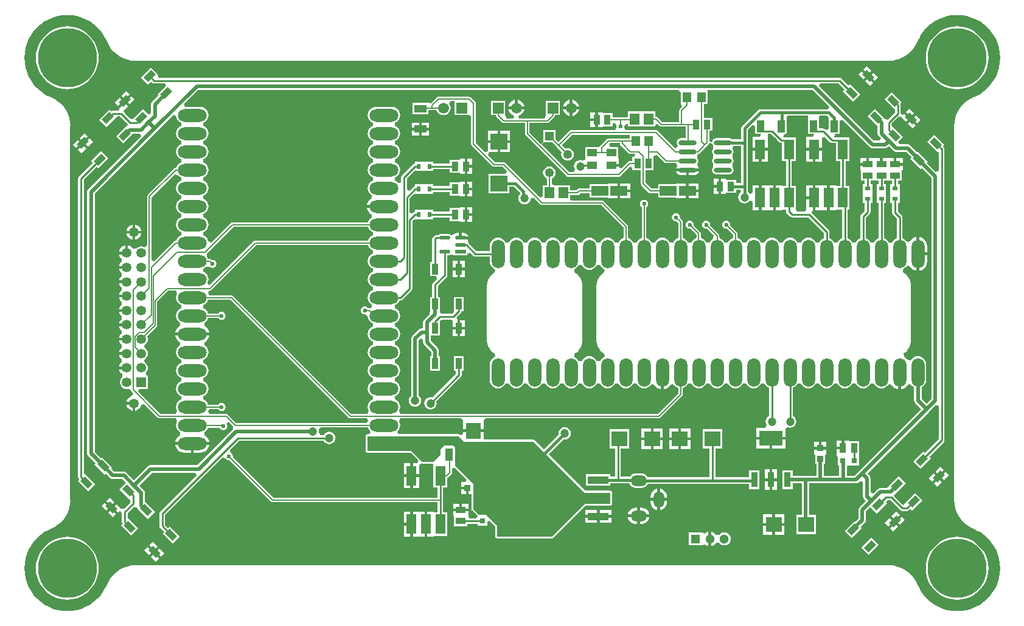
<source format=gtl>
G04*
G04 #@! TF.GenerationSoftware,Altium Limited,Altium Designer,21.2.0 (30)*
G04*
G04 Layer_Physical_Order=1*
G04 Layer_Color=255*
%FSLAX25Y25*%
%MOIN*%
G70*
G04*
G04 #@! TF.SameCoordinates,74D48CB8-E722-4D7A-A080-E4722F553172*
G04*
G04*
G04 #@! TF.FilePolarity,Positive*
G04*
G01*
G75*
%ADD13C,0.01000*%
G04:AMPARAMS|DCode=15|XSize=59.26mil|YSize=22.53mil|CornerRadius=11.26mil|HoleSize=0mil|Usage=FLASHONLY|Rotation=180.000|XOffset=0mil|YOffset=0mil|HoleType=Round|Shape=RoundedRectangle|*
%AMROUNDEDRECTD15*
21,1,0.05926,0.00000,0,0,180.0*
21,1,0.03674,0.02253,0,0,180.0*
1,1,0.02253,-0.01837,0.00000*
1,1,0.02253,0.01837,0.00000*
1,1,0.02253,0.01837,0.00000*
1,1,0.02253,-0.01837,0.00000*
%
%ADD15ROUNDEDRECTD15*%
%ADD16R,0.05926X0.02253*%
G04:AMPARAMS|DCode=17|XSize=59.06mil|YSize=35.43mil|CornerRadius=0mil|HoleSize=0mil|Usage=FLASHONLY|Rotation=45.000|XOffset=0mil|YOffset=0mil|HoleType=Round|Shape=Rectangle|*
%AMROTATEDRECTD17*
4,1,4,-0.00835,-0.03341,-0.03341,-0.00835,0.00835,0.03341,0.03341,0.00835,-0.00835,-0.03341,0.0*
%
%ADD17ROTATEDRECTD17*%

G04:AMPARAMS|DCode=18|XSize=59.06mil|YSize=35.43mil|CornerRadius=0mil|HoleSize=0mil|Usage=FLASHONLY|Rotation=315.000|XOffset=0mil|YOffset=0mil|HoleType=Round|Shape=Rectangle|*
%AMROTATEDRECTD18*
4,1,4,-0.03341,0.00835,-0.00835,0.03341,0.03341,-0.00835,0.00835,-0.03341,-0.03341,0.00835,0.0*
%
%ADD18ROTATEDRECTD18*%

%ADD19R,0.03543X0.05906*%
%ADD20R,0.04724X0.05709*%
%ADD21R,0.05512X0.10827*%
%ADD22O,0.09843X0.02756*%
%ADD23R,0.03740X0.08465*%
%ADD24R,0.12795X0.08465*%
G04:AMPARAMS|DCode=25|XSize=70.87mil|YSize=157.48mil|CornerRadius=35.43mil|HoleSize=0mil|Usage=FLASHONLY|Rotation=270.000|XOffset=0mil|YOffset=0mil|HoleType=Round|Shape=RoundedRectangle|*
%AMROUNDEDRECTD25*
21,1,0.07087,0.08661,0,0,270.0*
21,1,0.00000,0.15748,0,0,270.0*
1,1,0.07087,-0.04331,0.00000*
1,1,0.07087,-0.04331,0.00000*
1,1,0.07087,0.04331,0.00000*
1,1,0.07087,0.04331,0.00000*
%
%ADD25ROUNDEDRECTD25*%
%ADD26R,0.03150X0.02362*%
%ADD27R,0.05315X0.03740*%
%ADD28R,0.09252X0.05315*%
%ADD29R,0.05315X0.03937*%
%ADD30R,0.03740X0.05315*%
%ADD31R,0.03775X0.03591*%
%ADD32R,0.08661X0.08465*%
%ADD33R,0.03150X0.03150*%
%ADD34R,0.28347X0.41339*%
%ADD35R,0.11221X0.04134*%
%ADD36R,0.08465X0.08661*%
G04:AMPARAMS|DCode=37|XSize=70.87mil|YSize=157.48mil|CornerRadius=35.43mil|HoleSize=0mil|Usage=FLASHONLY|Rotation=0.000|XOffset=0mil|YOffset=0mil|HoleType=Round|Shape=RoundedRectangle|*
%AMROUNDEDRECTD37*
21,1,0.07087,0.08661,0,0,0.0*
21,1,0.00000,0.15748,0,0,0.0*
1,1,0.07087,0.00000,-0.04331*
1,1,0.07087,0.00000,-0.04331*
1,1,0.07087,0.00000,0.04331*
1,1,0.07087,0.00000,0.04331*
%
%ADD37ROUNDEDRECTD37*%
%ADD38R,0.03150X0.03150*%
%ADD39R,0.03591X0.03775*%
%ADD40R,0.03740X0.05315*%
%ADD41R,0.06544X0.04166*%
%ADD42R,0.04166X0.06544*%
%ADD43R,0.02362X0.03150*%
%ADD44R,0.09252X0.08661*%
%ADD45R,0.05315X0.06102*%
%ADD46R,0.04528X0.05709*%
%ADD78R,0.05315X0.05315*%
%ADD79C,0.05315*%
%ADD80C,0.00500*%
%ADD81C,0.01500*%
%ADD82C,0.02000*%
%ADD83C,0.32284*%
%ADD84R,0.05118X0.05118*%
%ADD85C,0.05118*%
%ADD86C,0.05906*%
%ADD87R,0.05906X0.05906*%
%ADD88O,0.08858X0.05906*%
%ADD89O,0.05906X0.08858*%
%ADD90R,0.04921X0.04921*%
%ADD91C,0.04921*%
%ADD92C,0.02500*%
%ADD93C,0.02362*%
%ADD94C,0.04724*%
G36*
X490130Y303339D02*
X492726Y302898D01*
X495257Y302169D01*
X497691Y301161D01*
X499996Y299887D01*
X502144Y298363D01*
X504108Y296608D01*
X505863Y294644D01*
X507387Y292496D01*
X508661Y290191D01*
X509669Y287757D01*
X510398Y285226D01*
X510839Y282630D01*
X510987Y280000D01*
X510839Y277370D01*
X510398Y274774D01*
X509669Y272243D01*
X508661Y269809D01*
X507387Y267504D01*
X505863Y265356D01*
X504108Y263392D01*
X502144Y261637D01*
X499996Y260113D01*
X498279Y259164D01*
X497027Y258564D01*
X496377Y258308D01*
X495759Y258003D01*
X494376Y257321D01*
X492521Y256082D01*
X490844Y254611D01*
X489373Y252934D01*
X488133Y251079D01*
X487147Y249078D01*
X486429Y246965D01*
X485994Y244777D01*
X485848Y242551D01*
X485855D01*
X485855Y37449D01*
X485848D01*
X485994Y35223D01*
X486429Y33035D01*
X487147Y30922D01*
X488133Y28921D01*
X489373Y27066D01*
X490844Y25389D01*
X492521Y23918D01*
X494376Y22679D01*
X495759Y21996D01*
X496377Y21692D01*
X497027Y21436D01*
X498279Y20836D01*
X499996Y19887D01*
X502144Y18363D01*
X504108Y16608D01*
X505863Y14644D01*
X507387Y12496D01*
X508661Y10191D01*
X509669Y7757D01*
X510398Y5226D01*
X510839Y2630D01*
X510987Y0D01*
X510839Y-2630D01*
X510398Y-5226D01*
X509669Y-7757D01*
X508661Y-10191D01*
X507387Y-12496D01*
X505863Y-14644D01*
X504108Y-16608D01*
X502144Y-18363D01*
X499996Y-19887D01*
X497691Y-21161D01*
X495257Y-22169D01*
X492726Y-22898D01*
X490130Y-23339D01*
X487500Y-23487D01*
X484870Y-23339D01*
X482274Y-22898D01*
X479743Y-22169D01*
X477309Y-21161D01*
X475004Y-19887D01*
X472856Y-18363D01*
X470892Y-16608D01*
X469137Y-14644D01*
X467613Y-12496D01*
X466664Y-10779D01*
X466064Y-9527D01*
X465808Y-8877D01*
X465504Y-8259D01*
X464821Y-6876D01*
X463582Y-5021D01*
X462111Y-3344D01*
X460433Y-1873D01*
X458578Y-633D01*
X456578Y353D01*
X454465Y1071D01*
X452277Y1506D01*
X450051Y1652D01*
Y1645D01*
X37449D01*
Y1652D01*
X35223Y1506D01*
X33035Y1071D01*
X30922Y353D01*
X28921Y-633D01*
X27066Y-1873D01*
X25389Y-3344D01*
X23918Y-5021D01*
X22679Y-6876D01*
X21996Y-8259D01*
X21692Y-8877D01*
X21436Y-9527D01*
X20836Y-10779D01*
X19887Y-12496D01*
X18363Y-14644D01*
X16608Y-16608D01*
X14644Y-18363D01*
X12496Y-19887D01*
X10191Y-21161D01*
X7757Y-22169D01*
X5226Y-22898D01*
X2630Y-23339D01*
X-0Y-23487D01*
X-2630Y-23339D01*
X-5226Y-22898D01*
X-7757Y-22169D01*
X-10191Y-21161D01*
X-12496Y-19887D01*
X-14644Y-18363D01*
X-16608Y-16608D01*
X-18363Y-14644D01*
X-19887Y-12496D01*
X-21161Y-10191D01*
X-22169Y-7757D01*
X-22898Y-5226D01*
X-23339Y-2630D01*
X-23487Y0D01*
X-23339Y2630D01*
X-22898Y5226D01*
X-22169Y7757D01*
X-21161Y10191D01*
X-19887Y12496D01*
X-18363Y14644D01*
X-16608Y16608D01*
X-14644Y18363D01*
X-12496Y19887D01*
X-10779Y20836D01*
X-9527Y21436D01*
X-8877Y21692D01*
X-8259Y21996D01*
X-6876Y22679D01*
X-5021Y23918D01*
X-3344Y25389D01*
X-1873Y27066D01*
X-633Y28921D01*
X353Y30922D01*
X1071Y33035D01*
X1506Y35223D01*
X1652Y37449D01*
X1645D01*
Y232388D01*
X3145Y232417D01*
X4176Y231386D01*
X4907Y230655D01*
X7525Y233273D01*
X5742Y235056D01*
X4185Y233498D01*
X3145Y232458D01*
X1645Y232487D01*
Y242551D01*
X1652D01*
X1506Y244777D01*
X1071Y246965D01*
X353Y249078D01*
X-633Y251079D01*
X-1873Y252934D01*
X-3344Y254611D01*
X-5021Y256082D01*
X-6876Y257321D01*
X-8259Y258003D01*
X-8877Y258308D01*
X-9527Y258564D01*
X-10779Y259164D01*
X-12496Y260113D01*
X-14644Y261637D01*
X-16608Y263392D01*
X-18363Y265356D01*
X-19887Y267504D01*
X-21161Y269809D01*
X-22169Y272243D01*
X-22898Y274774D01*
X-23339Y277370D01*
X-23487Y280000D01*
X-23339Y282630D01*
X-22898Y285226D01*
X-22169Y287757D01*
X-21161Y290191D01*
X-19887Y292496D01*
X-18363Y294644D01*
X-16608Y296608D01*
X-14644Y298363D01*
X-12496Y299887D01*
X-10191Y301161D01*
X-7757Y302169D01*
X-5226Y302898D01*
X-2630Y303339D01*
X0Y303487D01*
X2630Y303339D01*
X5226Y302898D01*
X7757Y302169D01*
X10191Y301161D01*
X12496Y299887D01*
X14644Y298363D01*
X16608Y296608D01*
X18363Y294644D01*
X19887Y292496D01*
X20836Y290779D01*
X21436Y289527D01*
X21692Y288877D01*
X21996Y288259D01*
X22679Y286876D01*
X23918Y285021D01*
X25389Y283344D01*
X27066Y281873D01*
X28921Y280633D01*
X30922Y279646D01*
X33035Y278929D01*
X35223Y278494D01*
X37449Y278348D01*
Y278355D01*
X450051D01*
Y278348D01*
X452277Y278494D01*
X454465Y278929D01*
X456578Y279646D01*
X458578Y280633D01*
X460433Y281873D01*
X462111Y283344D01*
X463582Y285021D01*
X464821Y286876D01*
X465503Y288259D01*
X465808Y288877D01*
X466064Y289527D01*
X466664Y290779D01*
X467613Y292496D01*
X469137Y294644D01*
X470892Y296608D01*
X472856Y298363D01*
X475004Y299887D01*
X477309Y301161D01*
X479743Y302169D01*
X482274Y302898D01*
X484870Y303339D01*
X487500Y303487D01*
X490130Y303339D01*
D02*
G37*
%LPC*%
G36*
X438007Y275478D02*
X436224Y273695D01*
X438842Y271077D01*
X440625Y272860D01*
X438007Y275478D01*
D02*
G37*
G36*
X435163Y272634D02*
X433380Y270851D01*
X435998Y268233D01*
X437781Y270016D01*
X435163Y272634D01*
D02*
G37*
G36*
X441686Y271799D02*
X439903Y270016D01*
X442521Y267398D01*
X444304Y269181D01*
X441686Y271799D01*
D02*
G37*
G36*
X438842Y268955D02*
X437059Y267173D01*
X439677Y264554D01*
X441460Y266337D01*
X438842Y268955D01*
D02*
G37*
G36*
X487500Y297179D02*
X485258Y297032D01*
X483054Y296593D01*
X480926Y295871D01*
X478911Y294877D01*
X477042Y293629D01*
X475353Y292147D01*
X473871Y290458D01*
X472623Y288589D01*
X471629Y286574D01*
X470907Y284446D01*
X470469Y282242D01*
X470322Y280000D01*
X470469Y277758D01*
X470907Y275554D01*
X471629Y273426D01*
X472623Y271411D01*
X473871Y269542D01*
X475353Y267853D01*
X477042Y266371D01*
X478911Y265123D01*
X480926Y264129D01*
X483054Y263407D01*
X485258Y262968D01*
X487500Y262822D01*
X489742Y262968D01*
X491946Y263407D01*
X494074Y264129D01*
X496089Y265123D01*
X497958Y266371D01*
X499647Y267853D01*
X501129Y269542D01*
X502377Y271411D01*
X503371Y273426D01*
X504093Y275554D01*
X504531Y277758D01*
X504678Y280000D01*
X504531Y282242D01*
X504093Y284446D01*
X503371Y286574D01*
X502377Y288589D01*
X501129Y290458D01*
X499647Y292147D01*
X497958Y293629D01*
X496089Y294877D01*
X494074Y295871D01*
X491946Y296593D01*
X489742Y297032D01*
X487500Y297179D01*
D02*
G37*
G36*
X0D02*
X-2242Y297032D01*
X-4446Y296593D01*
X-6574Y295871D01*
X-8589Y294877D01*
X-10458Y293629D01*
X-12147Y292147D01*
X-13629Y290458D01*
X-14877Y288589D01*
X-15871Y286574D01*
X-16593Y284446D01*
X-17031Y282242D01*
X-17178Y280000D01*
X-17031Y277758D01*
X-16593Y275554D01*
X-15871Y273426D01*
X-14877Y271411D01*
X-13629Y269542D01*
X-12147Y267853D01*
X-10458Y266371D01*
X-8589Y265123D01*
X-6574Y264129D01*
X-4446Y263407D01*
X-2242Y262968D01*
X0Y262822D01*
X2242Y262968D01*
X4446Y263407D01*
X6574Y264129D01*
X8589Y265123D01*
X10458Y266371D01*
X12147Y267853D01*
X13629Y269542D01*
X14877Y271411D01*
X15871Y273426D01*
X16593Y275554D01*
X17031Y277758D01*
X17178Y280000D01*
X17031Y282242D01*
X16593Y284446D01*
X15871Y286574D01*
X14877Y288589D01*
X13629Y290458D01*
X12147Y292147D01*
X10458Y293629D01*
X8589Y294877D01*
X6574Y295871D01*
X4446Y296593D01*
X2242Y297032D01*
X0Y297179D01*
D02*
G37*
G36*
X32250Y261770D02*
X29631Y259152D01*
X31414Y257369D01*
X34033Y259987D01*
X32250Y261770D01*
D02*
G37*
G36*
X45891Y274704D02*
X40301Y269114D01*
X44220Y265195D01*
X45934Y266908D01*
X46424Y266419D01*
X46920Y266087D01*
X47505Y265971D01*
X53409D01*
X54031Y264471D01*
X49488Y259928D01*
X50016Y259399D01*
X46558Y255942D01*
X46116Y255280D01*
X45961Y254500D01*
Y249474D01*
X44461Y248852D01*
X41436Y251876D01*
X35846Y246287D01*
X34502Y246661D01*
X31454Y249709D01*
X30682Y250712D01*
X31474Y251741D01*
X33198Y253465D01*
X31414Y255248D01*
X28796Y252629D01*
X28896Y252529D01*
X28275Y251029D01*
X25000D01*
X24415Y250913D01*
X24057Y250674D01*
X23062Y251669D01*
X17472Y246079D01*
X21392Y242159D01*
X26982Y247749D01*
X26982Y247749D01*
X26982Y247749D01*
X28354Y247971D01*
X28866D01*
X33035Y243802D01*
X33090Y243590D01*
X33072Y243334D01*
X32249Y242482D01*
X26659Y236892D01*
X30579Y232972D01*
X36067Y238461D01*
X39956D01*
X40631Y237015D01*
X11558Y207942D01*
X11116Y207280D01*
X10961Y206500D01*
Y62874D01*
X11116Y62093D01*
X11558Y61432D01*
X15450Y57540D01*
X14932Y57022D01*
X20522Y51432D01*
X21040Y51950D01*
X23432Y49558D01*
X24093Y49116D01*
X24874Y48961D01*
X30155D01*
X32154Y46962D01*
X28573Y43381D01*
X34163Y37791D01*
X34163D01*
X34471Y37663D01*
Y36134D01*
X31032Y32695D01*
X29756Y32542D01*
X29500Y32720D01*
Y32720D01*
X29499Y32720D01*
X29499Y32720D01*
X28412Y33715D01*
X26985Y35142D01*
X25202Y33359D01*
X27853Y30707D01*
X28832Y31357D01*
X29170Y31251D01*
X29971Y30083D01*
Y25500D01*
X30087Y24915D01*
X30326Y24557D01*
X29331Y23562D01*
X34921Y17972D01*
X38841Y21892D01*
X33251Y27482D01*
X33251Y27482D01*
X33251Y27482D01*
X33029Y28854D01*
Y30367D01*
X36463Y33800D01*
X38161Y33492D01*
X38518Y32749D01*
Y32749D01*
X44108Y27159D01*
X48028Y31079D01*
X42539Y36567D01*
Y41500D01*
X42384Y42280D01*
X41942Y42942D01*
X39384Y45500D01*
X46345Y52461D01*
X70177D01*
X70798Y50961D01*
X50919Y31081D01*
X50587Y30585D01*
X50471Y30000D01*
Y23187D01*
X50587Y22602D01*
X50919Y22105D01*
X53038Y19986D01*
X52159Y19108D01*
X57749Y13518D01*
X61669Y17438D01*
X56079Y23028D01*
X55200Y22149D01*
X53529Y23820D01*
Y29366D01*
X84899Y60736D01*
X85435Y60706D01*
X86641Y60357D01*
X86927Y59927D01*
X87649Y59445D01*
X88500Y59276D01*
X88851Y59346D01*
X111599Y36599D01*
X112012Y36323D01*
X112500Y36226D01*
X202845D01*
Y30626D01*
X200756D01*
Y31126D01*
X197250D01*
Y24213D01*
Y17299D01*
X200756D01*
Y17799D01*
X208130D01*
Y30626D01*
X205903D01*
Y37500D01*
Y44374D01*
X208130D01*
Y49581D01*
X208275Y49610D01*
X208689Y49886D01*
X210401Y51599D01*
X210678Y52012D01*
X210774Y52500D01*
Y54662D01*
X212275Y55284D01*
X218877Y48681D01*
X218303Y47295D01*
X215752D01*
Y44750D01*
X219139D01*
Y44000D01*
X219889D01*
Y40704D01*
X221480D01*
X221480Y36500D01*
Y32500D01*
X221558Y32110D01*
X221779Y31779D01*
X224011Y29547D01*
X224665Y28744D01*
X224638Y28453D01*
X224173Y27380D01*
X220137D01*
X219657Y28681D01*
X219657D01*
Y31301D01*
X211343D01*
Y28681D01*
X211842D01*
Y23079D01*
X219158D01*
Y24321D01*
X224925D01*
Y23276D01*
X230075D01*
Y25523D01*
X231461Y26097D01*
X234480Y23078D01*
X234480Y17558D01*
X234480Y17500D01*
X234480Y17500D01*
X234558Y17110D01*
X234779Y16779D01*
X235110Y16558D01*
X235500Y16480D01*
X235500Y16480D01*
X235558Y16480D01*
X265500D01*
X265890Y16558D01*
X266221Y16779D01*
X283922Y34480D01*
X297500D01*
X297890Y34558D01*
X298221Y34779D01*
X298442Y35110D01*
X298520Y35500D01*
Y41500D01*
X298442Y41890D01*
X298221Y42221D01*
X297890Y42442D01*
X297500Y42520D01*
X283922D01*
X263733Y62709D01*
X271733Y70710D01*
X272500Y70609D01*
X273378Y70724D01*
X274196Y71063D01*
X274898Y71602D01*
X275437Y72304D01*
X275776Y73122D01*
X275891Y74000D01*
X275776Y74878D01*
X275437Y75696D01*
X274898Y76398D01*
X274196Y76937D01*
X273378Y77276D01*
X272500Y77391D01*
X271622Y77276D01*
X270804Y76937D01*
X270102Y76398D01*
X269563Y75696D01*
X269224Y74878D01*
X269109Y74000D01*
X269210Y73233D01*
X261209Y65233D01*
X256221Y70221D01*
X255890Y70442D01*
X255500Y70520D01*
X228232D01*
Y74707D01*
X222500D01*
X216768D01*
Y73634D01*
X215382Y73060D01*
X215221Y73221D01*
X214890Y73442D01*
X214500Y73520D01*
X181267D01*
X180758Y75020D01*
X181071Y75260D01*
X181799Y76209D01*
X182257Y77314D01*
X182413Y78500D01*
X182257Y79686D01*
X181799Y80791D01*
X182589Y82226D01*
X215656D01*
X216768Y81287D01*
Y76207D01*
X222500D01*
X228232D01*
Y81287D01*
X229344Y82226D01*
X324000D01*
X324488Y82323D01*
X324901Y82599D01*
X336901Y94599D01*
X337177Y95012D01*
X337275Y95500D01*
Y98779D01*
X338291Y99201D01*
X339240Y99929D01*
X339969Y100878D01*
X340188Y101408D01*
X341812D01*
X342031Y100878D01*
X342760Y99929D01*
X343709Y99201D01*
X344814Y98743D01*
X346000Y98587D01*
X347186Y98743D01*
X348291Y99201D01*
X349240Y99929D01*
X349969Y100878D01*
X350188Y101408D01*
X351812D01*
X352031Y100878D01*
X352760Y99929D01*
X353709Y99201D01*
X354814Y98743D01*
X356000Y98587D01*
X357186Y98743D01*
X358291Y99201D01*
X359240Y99929D01*
X359969Y100878D01*
X360188Y101408D01*
X361812D01*
X362031Y100878D01*
X362760Y99929D01*
X363709Y99201D01*
X364814Y98743D01*
X366000Y98587D01*
X367186Y98743D01*
X368291Y99201D01*
X369240Y99929D01*
X369969Y100878D01*
X370188Y101408D01*
X371812D01*
X372031Y100878D01*
X372760Y99929D01*
X373709Y99201D01*
X374814Y98743D01*
X376000Y98587D01*
X377186Y98743D01*
X378291Y99201D01*
X379240Y99929D01*
X379969Y100878D01*
X380188Y101408D01*
X381812D01*
X382031Y100878D01*
X382760Y99929D01*
X383709Y99201D01*
X384471Y98885D01*
Y83506D01*
X384304Y83437D01*
X383602Y82898D01*
X383063Y82196D01*
X382724Y81378D01*
X382609Y80500D01*
X382724Y79622D01*
X383063Y78804D01*
X383182Y78650D01*
X382480Y77150D01*
X377602D01*
Y72167D01*
X385500D01*
Y71417D01*
D01*
Y72167D01*
X393398D01*
Y76030D01*
X393398Y76371D01*
X393590Y76625D01*
X394006Y76872D01*
X394814Y77352D01*
X395122Y77224D01*
X396000Y77109D01*
X396878Y77224D01*
X397696Y77563D01*
X398398Y78102D01*
X398937Y78804D01*
X399276Y79622D01*
X399391Y80500D01*
X399276Y81378D01*
X398937Y82196D01*
X398398Y82898D01*
X397696Y83437D01*
X397529Y83506D01*
Y98885D01*
X398291Y99201D01*
X399240Y99929D01*
X399969Y100878D01*
X400188Y101408D01*
X401812D01*
X402031Y100878D01*
X402760Y99929D01*
X403709Y99201D01*
X404814Y98743D01*
X406000Y98587D01*
X407186Y98743D01*
X408291Y99201D01*
X409240Y99929D01*
X409969Y100878D01*
X410188Y101408D01*
X411812D01*
X412031Y100878D01*
X412760Y99929D01*
X413709Y99201D01*
X414814Y98743D01*
X416000Y98587D01*
X417186Y98743D01*
X418291Y99201D01*
X419240Y99929D01*
X419969Y100878D01*
X420188Y101408D01*
X421812D01*
X422031Y100878D01*
X422760Y99929D01*
X423709Y99201D01*
X424814Y98743D01*
X426000Y98587D01*
X427186Y98743D01*
X428291Y99201D01*
X429240Y99929D01*
X429969Y100878D01*
X430188Y101408D01*
X431812D01*
X432031Y100878D01*
X432760Y99929D01*
X433709Y99201D01*
X434814Y98743D01*
X436000Y98587D01*
X437186Y98743D01*
X438291Y99201D01*
X439240Y99929D01*
X439969Y100878D01*
X440188Y101408D01*
X441812D01*
X442031Y100878D01*
X442760Y99929D01*
X443709Y99201D01*
X444814Y98743D01*
X446000Y98587D01*
X447186Y98743D01*
X448291Y99201D01*
X449240Y99929D01*
X449902Y100792D01*
X450323Y100850D01*
X451541Y100755D01*
X451595Y100626D01*
X452403Y99572D01*
X453457Y98764D01*
X454683Y98256D01*
X455250Y98181D01*
Y107500D01*
X456750D01*
Y98181D01*
X457317Y98256D01*
X458543Y98764D01*
X459597Y99572D01*
X460405Y100626D01*
X460459Y100755D01*
X461677Y100850D01*
X462098Y100792D01*
X462760Y99929D01*
X463709Y99201D01*
X463961Y99096D01*
Y92000D01*
X464116Y91220D01*
X464558Y90558D01*
X467866Y87250D01*
X434058Y53442D01*
X431238Y50622D01*
X427039D01*
Y56039D01*
X427425Y56425D01*
X428575D01*
X428925Y56425D01*
X433724D01*
Y61575D01*
X433724D01*
X433921Y62343D01*
X433921Y62343D01*
X433921Y62993D01*
Y69657D01*
X428319D01*
Y70157D01*
X425699D01*
Y66000D01*
X424949D01*
Y65250D01*
X421579D01*
Y62786D01*
X421579Y61843D01*
X422276Y60631D01*
Y56425D01*
X422961D01*
Y50622D01*
X414539D01*
Y57252D01*
X415296D01*
Y62474D01*
X415796D01*
Y65111D01*
X412500D01*
X409204D01*
Y62474D01*
X409704D01*
Y57252D01*
X410461D01*
Y50622D01*
X397425D01*
Y53815D01*
X391685D01*
Y43350D01*
X397425D01*
Y46543D01*
X402461D01*
Y29232D01*
X399626D01*
Y18768D01*
X410287D01*
Y29232D01*
X406539D01*
Y46543D01*
X432083D01*
X432863Y46699D01*
X433525Y47141D01*
X434461Y48077D01*
X435961Y47456D01*
Y39500D01*
X436116Y38720D01*
X436558Y38058D01*
X437616Y37000D01*
X434058Y33442D01*
X433616Y32780D01*
X433461Y32000D01*
Y27345D01*
X431783Y25666D01*
X431421Y26028D01*
X425831Y20438D01*
X429751Y16518D01*
X435341Y22108D01*
X434666Y22783D01*
X436942Y25058D01*
X437384Y25720D01*
X437539Y26500D01*
Y31155D01*
X439967Y33584D01*
X443392Y30159D01*
X448982Y35749D01*
X448497Y36234D01*
X449382Y37471D01*
X450867D01*
X456419Y31919D01*
X456915Y31587D01*
X457500Y31471D01*
X460000D01*
X460585Y31587D01*
X461081Y31919D01*
X461966Y32803D01*
X462938Y31831D01*
X468528Y37421D01*
X464608Y41341D01*
X459018Y35751D01*
X459018D01*
X457947Y34716D01*
X453306Y39357D01*
X452811Y40045D01*
X453751Y41018D01*
X459341Y46608D01*
X455421Y50528D01*
X449831Y44938D01*
X448703Y44039D01*
X445500D01*
X444720Y43884D01*
X444058Y43442D01*
X441539Y40923D01*
X440039Y41544D01*
Y49500D01*
X439884Y50280D01*
X439442Y50942D01*
X438384Y52000D01*
X472192Y85808D01*
X475971Y89587D01*
X477471Y88965D01*
Y70820D01*
X469941Y63290D01*
X469062Y64169D01*
X463472Y58579D01*
X467392Y54659D01*
X472982Y60249D01*
X472104Y61128D01*
X480081Y69105D01*
X480413Y69602D01*
X480529Y70187D01*
Y229858D01*
X480413Y230444D01*
X480081Y230940D01*
X479694Y231327D01*
X480573Y232206D01*
X474983Y237795D01*
X471063Y233876D01*
X476653Y228286D01*
X476653D01*
X477471Y227947D01*
Y218019D01*
X475971Y217398D01*
X470868Y222501D01*
X471386Y223019D01*
X465796Y228609D01*
X465535Y228348D01*
X461942Y231942D01*
X461280Y232384D01*
X460500Y232539D01*
X455746D01*
X455124Y234039D01*
X457745Y236660D01*
X452155Y242250D01*
X452155D01*
X451701Y242438D01*
X451557Y243895D01*
X455239Y247577D01*
X456715Y247517D01*
X457008Y247224D01*
X459333Y244899D01*
X461116Y246682D01*
X458498Y249300D01*
X457900Y248702D01*
X456518Y249441D01*
X456529Y249500D01*
Y254000D01*
X456413Y254585D01*
X456361Y254663D01*
X457238Y255540D01*
X451648Y261130D01*
X447728Y257210D01*
X453318Y251620D01*
X453318Y251620D01*
X453318Y251620D01*
X453471Y250232D01*
Y250133D01*
X449453Y246116D01*
X448074Y246349D01*
X447862Y246542D01*
X442461Y251943D01*
X438542Y248024D01*
X443961Y242604D01*
Y238500D01*
X444116Y237720D01*
X444558Y237058D01*
X445691Y235925D01*
X445117Y234539D01*
X441845D01*
X411913Y264471D01*
X412535Y265971D01*
X422351D01*
X425779Y262543D01*
X424900Y261665D01*
X430490Y256075D01*
X434410Y259994D01*
X428820Y265584D01*
X427942Y264706D01*
X424066Y268581D01*
X423570Y268913D01*
X422985Y269029D01*
X50177D01*
X49555Y270529D01*
X49810Y270785D01*
X45891Y274704D01*
D02*
G37*
G36*
X35093Y258927D02*
X32475Y256308D01*
X34258Y254525D01*
X36876Y257144D01*
X35093Y258927D01*
D02*
G37*
G36*
X28571Y258091D02*
X25953Y255473D01*
X27736Y253690D01*
X30354Y256308D01*
X28571Y258091D01*
D02*
G37*
G36*
X461342Y252144D02*
X459558Y250361D01*
X462177Y247742D01*
X463960Y249525D01*
X461342Y252144D01*
D02*
G37*
G36*
X465021Y248465D02*
X463237Y246682D01*
X465856Y244063D01*
X467639Y245847D01*
X465021Y248465D01*
D02*
G37*
G36*
X462177Y245621D02*
X460394Y243838D01*
X463012Y241220D01*
X464795Y243003D01*
X462177Y245621D01*
D02*
G37*
G36*
X9421Y238735D02*
X6803Y236117D01*
X8586Y234334D01*
X11204Y236952D01*
X9421Y238735D01*
D02*
G37*
G36*
X12265Y235891D02*
X9647Y233273D01*
X11430Y231490D01*
X14048Y234108D01*
X12265Y235891D01*
D02*
G37*
G36*
X8586Y232212D02*
X5968Y229594D01*
X7751Y227811D01*
X10369Y230429D01*
X8586Y232212D01*
D02*
G37*
G36*
X18608Y228841D02*
X13018Y223251D01*
X13896Y222373D01*
X6419Y214895D01*
X6087Y214398D01*
X5971Y213813D01*
Y50000D01*
X6087Y49415D01*
X6419Y48919D01*
X6624Y48714D01*
X5745Y47835D01*
X11335Y42245D01*
X15255Y46165D01*
X9665Y51755D01*
X9665D01*
X9029Y52018D01*
Y213180D01*
X16059Y220210D01*
X16938Y219331D01*
X22528Y224921D01*
X18608Y228841D01*
D02*
G37*
G36*
X326287Y76732D02*
X321207D01*
Y71750D01*
X326287D01*
Y76732D01*
D02*
G37*
G36*
X341374D02*
X336293D01*
Y71750D01*
X341374D01*
Y76732D01*
D02*
G37*
G36*
X334793D02*
X329713D01*
Y71750D01*
X334793D01*
Y76732D01*
D02*
G37*
G36*
X319707D02*
X314626D01*
Y71750D01*
X319707D01*
Y76732D01*
D02*
G37*
G36*
X424199Y70157D02*
X421579D01*
Y66750D01*
X424199D01*
Y70157D01*
D02*
G37*
G36*
X415796Y69248D02*
X413250D01*
Y66611D01*
X415796D01*
Y69248D01*
D02*
G37*
G36*
X411750D02*
X409204D01*
Y66611D01*
X411750D01*
Y69248D01*
D02*
G37*
G36*
X393398Y70667D02*
X386250D01*
Y65685D01*
X393398D01*
Y70667D01*
D02*
G37*
G36*
X384750D02*
X377602D01*
Y65685D01*
X384750D01*
Y70667D01*
D02*
G37*
G36*
X341374Y70250D02*
X336293D01*
Y65268D01*
X341374D01*
Y70250D01*
D02*
G37*
G36*
X334793D02*
X329713D01*
Y65268D01*
X334793D01*
Y70250D01*
D02*
G37*
G36*
X326287D02*
X321207D01*
Y65268D01*
X326287D01*
Y70250D01*
D02*
G37*
G36*
X319707D02*
X314626D01*
Y65268D01*
X319707D01*
Y70250D01*
D02*
G37*
G36*
X478249Y55689D02*
X475631Y53071D01*
X477414Y51288D01*
X480032Y53906D01*
X478249Y55689D01*
D02*
G37*
G36*
X358787Y76232D02*
X348126D01*
Y65768D01*
X351927D01*
Y49847D01*
X318016D01*
X317929Y50056D01*
X317296Y50882D01*
X316470Y51516D01*
X315508Y51914D01*
X314476Y52050D01*
X311524D01*
X310492Y51914D01*
X309530Y51516D01*
X308704Y50882D01*
X308246Y50284D01*
X303266D01*
Y65768D01*
X307874D01*
Y76232D01*
X297213D01*
Y65768D01*
X300207D01*
Y50284D01*
X297520D01*
Y51567D01*
X284299D01*
Y45433D01*
X297520D01*
Y46716D01*
X307803D01*
X308071Y46070D01*
X308704Y45244D01*
X309530Y44610D01*
X310492Y44212D01*
X311524Y44076D01*
X314476D01*
X315508Y44212D01*
X316470Y44610D01*
X317296Y45244D01*
X317929Y46070D01*
X318016Y46279D01*
X353500D01*
X353718Y46322D01*
X373575D01*
Y43350D01*
X379315D01*
Y53815D01*
X373575D01*
Y49891D01*
X354986D01*
Y65768D01*
X358787D01*
Y76232D01*
D02*
G37*
G36*
X388870Y54315D02*
X386250D01*
Y49333D01*
X388870D01*
Y54315D01*
D02*
G37*
G36*
X384750D02*
X382130D01*
Y49333D01*
X384750D01*
Y54315D01*
D02*
G37*
G36*
X481093Y52845D02*
X478475Y50227D01*
X480258Y48444D01*
X482876Y51062D01*
X481093Y52845D01*
D02*
G37*
G36*
X474570Y52010D02*
X471952Y49392D01*
X473735Y47609D01*
X476353Y50227D01*
X474570Y52010D01*
D02*
G37*
G36*
X477414Y49167D02*
X474796Y46548D01*
X476579Y44765D01*
X479197Y47383D01*
X477414Y49167D01*
D02*
G37*
G36*
X388870Y47833D02*
X386250D01*
Y42850D01*
X388870D01*
Y47833D01*
D02*
G37*
G36*
X384750D02*
X382130D01*
Y42850D01*
X384750D01*
Y47833D01*
D02*
G37*
G36*
X218389Y43250D02*
X215752D01*
Y40704D01*
X218389D01*
Y43250D01*
D02*
G37*
G36*
X324774Y43696D02*
Y38577D01*
X328515D01*
Y39303D01*
X328362Y40466D01*
X327913Y41549D01*
X327199Y42479D01*
X326269Y43193D01*
X325186Y43641D01*
X324774Y43696D01*
D02*
G37*
G36*
X323274Y43696D02*
X322861Y43641D01*
X321778Y43193D01*
X320848Y42479D01*
X320134Y41549D01*
X319686Y40466D01*
X319532Y39303D01*
Y38577D01*
X323274D01*
Y43696D01*
D02*
G37*
G36*
X23306Y38821D02*
X21523Y37038D01*
X24141Y34420D01*
X25924Y36203D01*
X23306Y38821D01*
D02*
G37*
G36*
X219657Y35421D02*
X216250D01*
Y32801D01*
X219657D01*
Y35421D01*
D02*
G37*
G36*
X214750D02*
X211343D01*
Y32801D01*
X214750D01*
Y35421D01*
D02*
G37*
G36*
X323274Y37077D02*
X319532D01*
Y36350D01*
X319686Y35188D01*
X320134Y34105D01*
X320848Y33175D01*
X321778Y32461D01*
X322861Y32012D01*
X323274Y31958D01*
Y37077D01*
D02*
G37*
G36*
X328515D02*
X324774D01*
Y31958D01*
X325186Y32012D01*
X326269Y32461D01*
X327199Y33175D01*
X327913Y34105D01*
X328362Y35188D01*
X328515Y36350D01*
Y37077D01*
D02*
G37*
G36*
X20462Y35977D02*
X18679Y34194D01*
X21297Y31576D01*
X23080Y33359D01*
X20462Y35977D01*
D02*
G37*
G36*
X314476Y33263D02*
X313750D01*
Y29522D01*
X318869D01*
X318814Y29934D01*
X318366Y31017D01*
X317652Y31947D01*
X316722Y32661D01*
X315639Y33110D01*
X314476Y33263D01*
D02*
G37*
G36*
X312250D02*
X311524D01*
X310361Y33110D01*
X309278Y32661D01*
X308348Y31947D01*
X307634Y31017D01*
X307186Y29934D01*
X307131Y29522D01*
X312250D01*
Y33263D01*
D02*
G37*
G36*
X298020Y32067D02*
X291659D01*
Y29250D01*
X298020D01*
Y32067D01*
D02*
G37*
G36*
X290159D02*
X283799D01*
Y29250D01*
X290159D01*
Y32067D01*
D02*
G37*
G36*
X24141Y32298D02*
X22358Y30515D01*
X24976Y27897D01*
X26759Y29680D01*
X24141Y32298D01*
D02*
G37*
G36*
X454249Y31189D02*
X451631Y28571D01*
X453414Y26788D01*
X456032Y29406D01*
X454249Y31189D01*
D02*
G37*
G36*
X187876Y31126D02*
X184370D01*
Y24963D01*
X187876D01*
Y31126D01*
D02*
G37*
G36*
X298020Y27750D02*
X291659D01*
Y24933D01*
X298020D01*
Y27750D01*
D02*
G37*
G36*
X290159D02*
X283799D01*
Y24933D01*
X290159D01*
Y27750D01*
D02*
G37*
G36*
X392874Y29732D02*
X387793D01*
Y24750D01*
X392874D01*
Y29732D01*
D02*
G37*
G36*
X386293D02*
X381213D01*
Y24750D01*
X386293D01*
Y29732D01*
D02*
G37*
G36*
X318869Y28022D02*
X313750D01*
Y24281D01*
X314476D01*
X315639Y24433D01*
X316722Y24882D01*
X317652Y25596D01*
X318366Y26526D01*
X318814Y27609D01*
X318869Y28022D01*
D02*
G37*
G36*
X312250D02*
X307131D01*
X307186Y27609D01*
X307634Y26526D01*
X308348Y25596D01*
X309278Y24882D01*
X310361Y24433D01*
X311524Y24281D01*
X312250D01*
Y28022D01*
D02*
G37*
G36*
X457093Y28345D02*
X454475Y25727D01*
X456258Y23944D01*
X458876Y26562D01*
X457093Y28345D01*
D02*
G37*
G36*
X450570Y27510D02*
X447952Y24892D01*
X449735Y23109D01*
X452353Y25727D01*
X450570Y27510D01*
D02*
G37*
G36*
X453414Y24667D02*
X450796Y22048D01*
X452579Y20265D01*
X455197Y22883D01*
X453414Y24667D01*
D02*
G37*
G36*
X351250Y20161D02*
X350940Y20120D01*
X349953Y19711D01*
X349185Y19122D01*
X348823Y19182D01*
X347685Y19674D01*
Y19724D01*
X340567D01*
Y12606D01*
X347685D01*
Y12657D01*
X348823Y13149D01*
X349185Y13209D01*
X349953Y12620D01*
X350940Y12211D01*
X351250Y12170D01*
Y16165D01*
Y20161D01*
D02*
G37*
G36*
X392874Y23250D02*
X387793D01*
Y18268D01*
X392874D01*
Y23250D01*
D02*
G37*
G36*
X386293D02*
X381213D01*
Y18268D01*
X386293D01*
Y23250D01*
D02*
G37*
G36*
X195750Y31126D02*
X189376D01*
Y24213D01*
Y17299D01*
X195750D01*
Y24213D01*
Y31126D01*
D02*
G37*
G36*
X187876Y23463D02*
X184370D01*
Y17299D01*
X187876D01*
Y23463D01*
D02*
G37*
G36*
X352750Y20161D02*
Y16165D01*
Y12170D01*
X353060Y12211D01*
X354047Y12620D01*
X354895Y13270D01*
X355351Y13865D01*
X355726Y13999D01*
X356236Y14039D01*
X357095Y13940D01*
X357336Y13627D01*
X358079Y13057D01*
X358945Y12698D01*
X359874Y12576D01*
X360803Y12698D01*
X361669Y13057D01*
X362412Y13627D01*
X362983Y14370D01*
X363341Y15236D01*
X363464Y16165D01*
X363341Y17095D01*
X362983Y17960D01*
X362412Y18704D01*
X361669Y19274D01*
X360803Y19633D01*
X359874Y19755D01*
X358945Y19633D01*
X358079Y19274D01*
X357336Y18704D01*
X357095Y18391D01*
X356236Y18292D01*
X355726Y18332D01*
X355351Y18466D01*
X354895Y19060D01*
X354047Y19711D01*
X353060Y20120D01*
X352750Y20161D01*
D02*
G37*
G36*
X46892Y14548D02*
X45109Y12765D01*
X47727Y10147D01*
X49510Y11930D01*
X46892Y14548D01*
D02*
G37*
G36*
X440608Y16841D02*
X435018Y11251D01*
X438938Y7331D01*
X444528Y12921D01*
X440608Y16841D01*
D02*
G37*
G36*
X44048Y11704D02*
X42265Y9921D01*
X44883Y7303D01*
X46666Y9086D01*
X44048Y11704D01*
D02*
G37*
G36*
X50571Y10869D02*
X48788Y9086D01*
X51406Y6468D01*
X53189Y8251D01*
X50571Y10869D01*
D02*
G37*
G36*
X47727Y8025D02*
X45944Y6242D01*
X48562Y3624D01*
X50345Y5407D01*
X47727Y8025D01*
D02*
G37*
G36*
X487500Y17178D02*
X485258Y17031D01*
X483054Y16593D01*
X480926Y15871D01*
X478911Y14877D01*
X477042Y13629D01*
X475353Y12147D01*
X473871Y10458D01*
X472623Y8589D01*
X471629Y6574D01*
X470907Y4446D01*
X470469Y2242D01*
X470322Y0D01*
X470469Y-2242D01*
X470907Y-4446D01*
X471629Y-6574D01*
X472623Y-8589D01*
X473871Y-10458D01*
X475353Y-12147D01*
X477042Y-13629D01*
X478911Y-14877D01*
X480926Y-15871D01*
X483054Y-16593D01*
X485258Y-17031D01*
X487500Y-17178D01*
X489742Y-17031D01*
X491946Y-16593D01*
X494074Y-15871D01*
X496089Y-14877D01*
X497958Y-13629D01*
X499647Y-12147D01*
X501129Y-10458D01*
X502377Y-8589D01*
X503371Y-6574D01*
X504093Y-4446D01*
X504531Y-2242D01*
X504678Y0D01*
X504531Y2242D01*
X504093Y4446D01*
X503371Y6574D01*
X502377Y8589D01*
X501129Y10458D01*
X499647Y12147D01*
X497958Y13629D01*
X496089Y14877D01*
X494074Y15871D01*
X491946Y16593D01*
X489742Y17031D01*
X487500Y17178D01*
D02*
G37*
G36*
X0D02*
X-2242Y17031D01*
X-4446Y16593D01*
X-6574Y15871D01*
X-8589Y14877D01*
X-10458Y13629D01*
X-12147Y12147D01*
X-13629Y10458D01*
X-14877Y8589D01*
X-15871Y6574D01*
X-16593Y4446D01*
X-17031Y2242D01*
X-17178Y0D01*
X-17031Y-2242D01*
X-16593Y-4446D01*
X-15871Y-6574D01*
X-14877Y-8589D01*
X-13629Y-10458D01*
X-12147Y-12147D01*
X-10458Y-13629D01*
X-8589Y-14877D01*
X-6574Y-15871D01*
X-4446Y-16593D01*
X-2242Y-17031D01*
X0Y-17178D01*
X2242Y-17031D01*
X4446Y-16593D01*
X6574Y-15871D01*
X8589Y-14877D01*
X10458Y-13629D01*
X12147Y-12147D01*
X13629Y-10458D01*
X14877Y-8589D01*
X15871Y-6574D01*
X16593Y-4446D01*
X17031Y-2242D01*
X17178Y0D01*
X17031Y2242D01*
X16593Y4446D01*
X15871Y6574D01*
X14877Y8589D01*
X13629Y10458D01*
X12147Y12147D01*
X10458Y13629D01*
X8589Y14877D01*
X6574Y15871D01*
X4446Y16593D01*
X2242Y17031D01*
X0Y17178D01*
D02*
G37*
%LPD*%
G36*
X417378Y253239D02*
X417180Y252479D01*
X416711Y251784D01*
X379750D01*
X379750Y251784D01*
X379067Y251648D01*
X378488Y251262D01*
X378488Y251262D01*
X369738Y242512D01*
X369352Y241933D01*
X369216Y241250D01*
Y235284D01*
X364299D01*
X363617Y235740D01*
X362689Y235925D01*
X355602D01*
X354675Y235740D01*
X353888Y235214D01*
X353362Y234428D01*
X353227Y233749D01*
X351727Y233896D01*
Y239843D01*
X353323D01*
Y247158D01*
X348775D01*
Y254646D01*
X350799D01*
Y260961D01*
X350799Y262354D01*
X352255Y262461D01*
X408155Y262461D01*
X417378Y253239D01*
D02*
G37*
G36*
X405799Y246772D02*
X405799D01*
Y238228D01*
X408975D01*
X409003Y238201D01*
X408395Y236701D01*
X404870D01*
Y230537D01*
X409126D01*
X413382D01*
Y236090D01*
X414875Y236719D01*
X417974Y233619D01*
X418470Y233288D01*
X419055Y233171D01*
X421118D01*
Y223374D01*
X423345D01*
Y209626D01*
X421256D01*
Y210126D01*
X417750D01*
Y203213D01*
Y196299D01*
X421256D01*
Y196799D01*
X424471D01*
Y181115D01*
X423709Y180799D01*
X422760Y180071D01*
X422031Y179122D01*
X421812Y178592D01*
X420188D01*
X419969Y179122D01*
X419240Y180071D01*
X418291Y180799D01*
X417529Y181115D01*
Y184500D01*
X417413Y185085D01*
X417081Y185581D01*
X407864Y194799D01*
X408158Y195904D01*
X408376Y196216D01*
Y202463D01*
X404870D01*
Y196299D01*
X403689Y195529D01*
X399686D01*
X399130Y196799D01*
X399130D01*
Y209626D01*
X396903D01*
Y223374D01*
X399130D01*
Y236201D01*
X393266D01*
X393118Y236230D01*
X392668D01*
X392296Y236728D01*
X393047Y238228D01*
X394201D01*
Y246772D01*
X394201D01*
X394337Y248216D01*
X405663D01*
X405799Y246772D01*
D02*
G37*
G36*
X336201Y260961D02*
Y254646D01*
X336222D01*
X336843Y253146D01*
X335599Y251901D01*
X335322Y251488D01*
X335226Y251000D01*
Y244775D01*
X326028D01*
X323401Y247401D01*
X322988Y247677D01*
X322500Y247774D01*
X321996D01*
Y250551D01*
X315819D01*
X314681Y250551D01*
X313181Y250551D01*
X307004D01*
Y247274D01*
X298776D01*
Y249657D01*
X293370D01*
Y250157D01*
X290750D01*
Y246000D01*
Y241843D01*
X293370D01*
Y242342D01*
X298776D01*
Y244041D01*
X299695Y244255D01*
X300672Y243435D01*
X300903Y243135D01*
X300776Y242500D01*
X300921Y241774D01*
X300898Y241576D01*
X300060Y240274D01*
X276138D01*
X275650Y240177D01*
X275237Y239901D01*
X269138Y233802D01*
X267598Y235342D01*
Y240461D01*
X260677D01*
Y233747D01*
X259470Y232832D01*
X253274Y239028D01*
Y244226D01*
X263000D01*
X263488Y244322D01*
X263901Y244599D01*
X266901Y247599D01*
X267178Y248012D01*
X267274Y248500D01*
Y248547D01*
X269953D01*
Y256453D01*
X262047D01*
Y248547D01*
X262047D01*
X261680Y247199D01*
X261396Y246774D01*
X247531D01*
X247162Y248162D01*
X248246Y248610D01*
X249176Y249324D01*
X249889Y250254D01*
X250338Y251338D01*
X250392Y251750D01*
X241608D01*
X241662Y251338D01*
X242110Y250254D01*
X242824Y249324D01*
X243754Y248610D01*
X244838Y248162D01*
X244469Y246774D01*
X240604D01*
X240320Y247199D01*
X239953Y248547D01*
X239953D01*
Y256453D01*
X232047D01*
Y248547D01*
X234725D01*
Y248500D01*
X234823Y248012D01*
X235099Y247599D01*
X238099Y244599D01*
X238512Y244322D01*
X239000Y244226D01*
X250726D01*
Y238500D01*
X250822Y238012D01*
X251099Y237599D01*
X273599Y215099D01*
X274012Y214823D01*
X274500Y214725D01*
X302000D01*
X302488Y214823D01*
X302901Y215099D01*
X308130Y220327D01*
X309630Y219765D01*
Y218342D01*
X314226D01*
Y211000D01*
X314322Y210512D01*
X314599Y210099D01*
X318599Y206099D01*
X319012Y205822D01*
X319500Y205726D01*
X323657D01*
Y203343D01*
X333591D01*
Y202842D01*
X338966D01*
Y207000D01*
Y211157D01*
X333591D01*
Y210657D01*
X323657D01*
Y208274D01*
X320028D01*
X316775Y211528D01*
Y218342D01*
X321276D01*
Y225657D01*
X321276D01*
X321475Y226338D01*
X323105Y226593D01*
X327099Y222599D01*
X327512Y222323D01*
X328000Y222225D01*
X333353D01*
X334258Y220821D01*
X334083Y220324D01*
X333797Y219951D01*
X333507Y219251D01*
X333507Y219250D01*
X339854D01*
X346202D01*
X346201Y219251D01*
X345912Y219951D01*
X345625Y220324D01*
X345157Y221658D01*
X345483Y222340D01*
X345638Y222572D01*
X345822Y223500D01*
X345638Y224428D01*
X345112Y225214D01*
Y225847D01*
X345500Y227225D01*
X345988Y227323D01*
X346401Y227599D01*
X348901Y230099D01*
X348901Y230099D01*
X351354Y232552D01*
X351630Y232965D01*
X351727Y233453D01*
X351761Y233483D01*
X353250Y233138D01*
X353362Y232572D01*
X353780Y231946D01*
X353888Y231786D01*
Y230214D01*
X353780Y230053D01*
X353362Y229428D01*
X353178Y228500D01*
X353362Y227572D01*
X353780Y226946D01*
X353888Y226786D01*
Y225214D01*
X353780Y225053D01*
X353362Y224428D01*
X353178Y223500D01*
X353362Y222572D01*
X353780Y221947D01*
X353888Y221786D01*
Y220214D01*
X353780Y220053D01*
X353362Y219428D01*
X353178Y218500D01*
X353362Y217572D01*
X353888Y216786D01*
X354675Y216260D01*
X355602Y216075D01*
X362689D01*
X363617Y216260D01*
X364403Y216786D01*
X364929Y217572D01*
X365113Y218500D01*
X364929Y219428D01*
X364511Y220053D01*
X364403Y220214D01*
Y221786D01*
X364511Y221947D01*
X364929Y222572D01*
X365113Y223500D01*
X364929Y224428D01*
X364511Y225053D01*
X364403Y225214D01*
Y226786D01*
X364511Y226946D01*
X364929Y227572D01*
X365113Y228500D01*
X364929Y229428D01*
X364511Y230053D01*
X364403Y230214D01*
X364403Y230221D01*
X364856Y231716D01*
X369216D01*
Y211284D01*
X366323D01*
Y213158D01*
X360917D01*
Y213657D01*
X358297D01*
Y209500D01*
Y205343D01*
X360917D01*
Y205842D01*
X366323D01*
Y207716D01*
X368888D01*
X369016Y206216D01*
X368602Y205898D01*
X368063Y205196D01*
X367724Y204378D01*
X367609Y203500D01*
X367724Y202622D01*
X368063Y201804D01*
X368602Y201102D01*
X369304Y200563D01*
X370122Y200224D01*
X371000Y200109D01*
X371878Y200224D01*
X372696Y200563D01*
X373398Y201102D01*
X373870Y201717D01*
X374028Y201726D01*
X375370Y200999D01*
Y196299D01*
X378876D01*
Y203213D01*
Y210126D01*
X375370D01*
Y206001D01*
X374028Y205274D01*
X373870Y205283D01*
X373398Y205898D01*
X372784Y206369D01*
Y209500D01*
Y233500D01*
X372784Y233500D01*
X372784Y233500D01*
Y240511D01*
X375413Y243140D01*
X376799Y242566D01*
Y238228D01*
X379975D01*
X380003Y238201D01*
X379395Y236701D01*
X375370D01*
Y230537D01*
X379626D01*
X383882D01*
Y236699D01*
X383887Y238199D01*
X385638D01*
X390218Y233619D01*
X390714Y233288D01*
X391299Y233171D01*
X391618D01*
Y223374D01*
X393845D01*
Y209626D01*
X391756D01*
Y210126D01*
X388250D01*
Y203213D01*
Y196299D01*
X391756D01*
Y196799D01*
X393845D01*
Y195626D01*
X393961Y195041D01*
X394293Y194544D01*
X395919Y192919D01*
X396415Y192587D01*
X397000Y192471D01*
X405866D01*
X414471Y183867D01*
Y181115D01*
X413709Y180799D01*
X412760Y180071D01*
X412031Y179122D01*
X411812Y178592D01*
X410188D01*
X409969Y179122D01*
X409240Y180071D01*
X408291Y180799D01*
X407186Y181257D01*
X406000Y181413D01*
X404814Y181257D01*
X403709Y180799D01*
X402760Y180071D01*
X402031Y179122D01*
X401812Y178592D01*
X400188D01*
X399969Y179122D01*
X399240Y180071D01*
X398291Y180799D01*
X397186Y181257D01*
X396000Y181413D01*
X394814Y181257D01*
X393709Y180799D01*
X392760Y180071D01*
X392031Y179122D01*
X391812Y178592D01*
X390188D01*
X389969Y179122D01*
X389240Y180071D01*
X388291Y180799D01*
X387186Y181257D01*
X386000Y181413D01*
X384814Y181257D01*
X383709Y180799D01*
X382760Y180071D01*
X382031Y179122D01*
X381812Y178592D01*
X380188D01*
X379969Y179122D01*
X379240Y180071D01*
X378291Y180799D01*
X377186Y181257D01*
X376000Y181413D01*
X374814Y181257D01*
X373709Y180799D01*
X372760Y180071D01*
X372031Y179122D01*
X371812Y178592D01*
X370188D01*
X369969Y179122D01*
X369240Y180071D01*
X368291Y180799D01*
X367274Y181220D01*
Y183500D01*
X367178Y183988D01*
X366901Y184401D01*
X363154Y188148D01*
X363224Y188500D01*
X363055Y189351D01*
X362573Y190073D01*
X361851Y190554D01*
X361000Y190724D01*
X360149Y190554D01*
X359427Y190073D01*
X358945Y189351D01*
X358776Y188500D01*
X358945Y187649D01*
X359427Y186927D01*
X360149Y186445D01*
X361000Y186276D01*
X361351Y186346D01*
X364725Y182972D01*
Y181220D01*
X363709Y180799D01*
X362760Y180071D01*
X362031Y179122D01*
X361812Y178592D01*
X360188D01*
X359969Y179122D01*
X359240Y180071D01*
X358291Y180799D01*
X357275Y181220D01*
Y182500D01*
X357177Y182988D01*
X356901Y183401D01*
X352154Y188148D01*
X352224Y188500D01*
X352055Y189351D01*
X351572Y190073D01*
X350851Y190554D01*
X350000Y190724D01*
X349149Y190554D01*
X348428Y190073D01*
X347945Y189351D01*
X347776Y188500D01*
X347945Y187649D01*
X348428Y186927D01*
X349149Y186445D01*
X350000Y186276D01*
X350352Y186346D01*
X354109Y182589D01*
X353822Y180846D01*
X353709Y180799D01*
X352760Y180071D01*
X352031Y179122D01*
X351812Y178592D01*
X350188D01*
X349969Y179122D01*
X349240Y180071D01*
X348291Y180799D01*
X347254Y181229D01*
Y183520D01*
X347157Y184008D01*
X346881Y184422D01*
X343154Y188148D01*
X343224Y188500D01*
X343055Y189351D01*
X342572Y190073D01*
X341851Y190554D01*
X341000Y190724D01*
X340149Y190554D01*
X339427Y190073D01*
X338945Y189351D01*
X338776Y188500D01*
X338945Y187649D01*
X339427Y186927D01*
X340149Y186445D01*
X341000Y186276D01*
X341352Y186346D01*
X344705Y182993D01*
Y181212D01*
X343709Y180799D01*
X342760Y180071D01*
X342031Y179122D01*
X341812Y178592D01*
X340188D01*
X339969Y179122D01*
X339240Y180071D01*
X338291Y180799D01*
X337275Y181220D01*
Y190000D01*
X337177Y190488D01*
X336901Y190901D01*
X335654Y192148D01*
X335724Y192500D01*
X335555Y193351D01*
X335072Y194072D01*
X334351Y194554D01*
X333500Y194724D01*
X332649Y194554D01*
X331927Y194072D01*
X331445Y193351D01*
X331276Y192500D01*
X331445Y191649D01*
X331927Y190928D01*
X332649Y190445D01*
X333500Y190276D01*
X333564Y190289D01*
X334725Y189263D01*
Y181220D01*
X333709Y180799D01*
X332760Y180071D01*
X332031Y179122D01*
X331812Y178592D01*
X330188D01*
X329969Y179122D01*
X329240Y180071D01*
X328291Y180799D01*
X327186Y181257D01*
X326000Y181413D01*
X324814Y181257D01*
X323709Y180799D01*
X322760Y180071D01*
X322031Y179122D01*
X321812Y178592D01*
X320188D01*
X319969Y179122D01*
X319240Y180071D01*
X318291Y180799D01*
X317274Y181220D01*
Y198160D01*
X317572Y198359D01*
X318055Y199080D01*
X318224Y199931D01*
X318055Y200782D01*
X317572Y201504D01*
X316851Y201986D01*
X316000Y202155D01*
X315149Y201986D01*
X314427Y201504D01*
X313945Y200782D01*
X313776Y199931D01*
X313945Y199080D01*
X314427Y198359D01*
X314725Y198160D01*
Y181220D01*
X313709Y180799D01*
X312760Y180071D01*
X312031Y179122D01*
X311812Y178592D01*
X310188D01*
X309969Y179122D01*
X309240Y180071D01*
X308291Y180799D01*
X307275Y181220D01*
Y187500D01*
X307177Y187988D01*
X306901Y188401D01*
X293901Y201401D01*
X293488Y201677D01*
X293000Y201775D01*
X276924D01*
X275496Y201949D01*
X275496Y204726D01*
X279500D01*
X279988Y204822D01*
X280401Y205099D01*
X281028Y205726D01*
X286157D01*
Y203343D01*
X296091D01*
Y202842D01*
X301466D01*
Y207000D01*
Y211157D01*
X296091D01*
Y210657D01*
X286157D01*
Y208274D01*
X280500D01*
X280012Y208177D01*
X279599Y207901D01*
X278972Y207274D01*
X275496D01*
Y210051D01*
X269319D01*
X268181Y210051D01*
X266912Y210051D01*
X265412Y210609D01*
Y213782D01*
X265883Y213977D01*
X266606Y214532D01*
X267161Y215255D01*
X267509Y216096D01*
X267628Y217000D01*
X267509Y217903D01*
X267161Y218745D01*
X266606Y219468D01*
X265883Y220023D01*
X265041Y220372D01*
X264138Y220491D01*
X263234Y220372D01*
X262393Y220023D01*
X261670Y219468D01*
X261115Y218745D01*
X260766Y217903D01*
X260647Y217000D01*
X260766Y216096D01*
X261115Y215255D01*
X261670Y214532D01*
X262393Y213977D01*
X262863Y213782D01*
Y210051D01*
X260504D01*
Y203920D01*
X259004Y203298D01*
X239901Y222401D01*
X239488Y222677D01*
X239000Y222774D01*
X234278D01*
X230363Y226690D01*
X230989Y228185D01*
X231619Y228185D01*
X235750D01*
Y233266D01*
X230374D01*
Y229527D01*
X230374Y228800D01*
X228879Y228174D01*
X223775Y233278D01*
Y255000D01*
X223677Y255488D01*
X223401Y255901D01*
X220901Y258401D01*
X220488Y258677D01*
X220000Y258774D01*
X203500D01*
X203012Y258677D01*
X202599Y258401D01*
X199272Y255074D01*
X197772Y255201D01*
X197772Y255201D01*
X189228D01*
Y249035D01*
X197772D01*
Y251225D01*
X202250D01*
X202547Y250506D01*
X203181Y249681D01*
X204007Y249047D01*
X204968Y248649D01*
X206000Y248513D01*
X207032Y248649D01*
X207993Y249047D01*
X208819Y249681D01*
X209453Y250506D01*
X209851Y251468D01*
X209987Y252500D01*
X209851Y253532D01*
X209453Y254493D01*
X209275Y254726D01*
X210014Y256225D01*
X212047D01*
Y248547D01*
X219953D01*
Y248547D01*
X221226Y247999D01*
Y232750D01*
X221322Y232262D01*
X221599Y231849D01*
X232849Y220599D01*
X233262Y220322D01*
X233750Y220226D01*
X238472D01*
X240883Y217815D01*
X240261Y216315D01*
X230874D01*
Y205654D01*
X242126D01*
Y209200D01*
X244777D01*
X248099Y205878D01*
Y205394D01*
X247563Y204696D01*
X247224Y203878D01*
X247109Y203000D01*
X247224Y202122D01*
X247563Y201304D01*
X248102Y200602D01*
X248804Y200063D01*
X249622Y199724D01*
X250500Y199609D01*
X251378Y199724D01*
X252196Y200063D01*
X252898Y200602D01*
X253437Y201304D01*
X253776Y202122D01*
X253855Y202722D01*
X254607Y203165D01*
X255360Y203338D01*
X259099Y199599D01*
X259512Y199322D01*
X260000Y199225D01*
X292472D01*
X304726Y186972D01*
Y181220D01*
X303709Y180799D01*
X302760Y180071D01*
X302031Y179122D01*
X301812Y178592D01*
X300188D01*
X299969Y179122D01*
X299240Y180071D01*
X298291Y180799D01*
X297186Y181257D01*
X296000Y181413D01*
X294814Y181257D01*
X293709Y180799D01*
X292760Y180071D01*
X292031Y179122D01*
X291812Y178592D01*
X290188D01*
X289969Y179122D01*
X289240Y180071D01*
X288291Y180799D01*
X287186Y181257D01*
X286000Y181413D01*
X284814Y181257D01*
X283709Y180799D01*
X282760Y180071D01*
X282031Y179122D01*
X281812Y178592D01*
X280188D01*
X279969Y179122D01*
X279240Y180071D01*
X278291Y180799D01*
X277186Y181257D01*
X276000Y181413D01*
X274814Y181257D01*
X273709Y180799D01*
X272760Y180071D01*
X272031Y179122D01*
X271812Y178592D01*
X270188D01*
X269969Y179122D01*
X269240Y180071D01*
X268291Y180799D01*
X267186Y181257D01*
X266000Y181413D01*
X264814Y181257D01*
X263709Y180799D01*
X262760Y180071D01*
X262031Y179122D01*
X261812Y178592D01*
X260188D01*
X259969Y179122D01*
X259240Y180071D01*
X258291Y180799D01*
X257186Y181257D01*
X256000Y181413D01*
X254814Y181257D01*
X253709Y180799D01*
X252760Y180071D01*
X252031Y179122D01*
X251812Y178592D01*
X250188D01*
X249969Y179122D01*
X249240Y180071D01*
X248291Y180799D01*
X247186Y181257D01*
X246000Y181413D01*
X244814Y181257D01*
X243709Y180799D01*
X242760Y180071D01*
X242031Y179122D01*
X241812Y178592D01*
X240188D01*
X239969Y179122D01*
X239240Y180071D01*
X238291Y180799D01*
X237186Y181257D01*
X236000Y181413D01*
X234814Y181257D01*
X233709Y180799D01*
X232760Y180071D01*
X232031Y179122D01*
X231574Y178017D01*
X231417Y176831D01*
Y174029D01*
X224134D01*
X219967Y178196D01*
X219759Y178459D01*
X219492Y179775D01*
X219576Y180188D01*
X219701Y180490D01*
X215333D01*
Y181240D01*
X214583D01*
Y183889D01*
X213496D01*
X212810Y183799D01*
X212171Y183534D01*
X211623Y183113D01*
X211618Y183107D01*
X210271Y182823D01*
X209745Y182968D01*
X209334Y183243D01*
X208504Y183408D01*
X204831D01*
X204001Y183243D01*
X203298Y182773D01*
X203295Y182770D01*
X202090D01*
X201504Y182653D01*
X201008Y182322D01*
X200423Y181736D01*
X200091Y181240D01*
X199975Y180654D01*
Y168098D01*
X198732D01*
Y160193D01*
X202070D01*
X202644Y158807D01*
X200423Y156585D01*
X200091Y156089D01*
X199975Y155504D01*
Y148807D01*
X198732D01*
Y140902D01*
X198732D01*
X198581Y139464D01*
X195558Y136442D01*
X195116Y135780D01*
X194961Y135000D01*
Y131539D01*
X194000D01*
X193220Y131384D01*
X192558Y130942D01*
X189058Y127442D01*
X188616Y126780D01*
X188461Y126000D01*
Y94673D01*
X188102Y94398D01*
X187563Y93696D01*
X187224Y92878D01*
X187109Y92000D01*
X187224Y91122D01*
X187563Y90304D01*
X188102Y89602D01*
X188804Y89063D01*
X189622Y88724D01*
X190500Y88609D01*
X191378Y88724D01*
X192196Y89063D01*
X192898Y89602D01*
X193437Y90304D01*
X193776Y91122D01*
X193891Y92000D01*
X193776Y92878D01*
X193437Y93696D01*
X192898Y94398D01*
X192539Y94673D01*
Y125039D01*
X193667Y125953D01*
X194961Y125400D01*
Y124000D01*
X195116Y123220D01*
X195558Y122558D01*
X199461Y118655D01*
Y116307D01*
X198732D01*
Y108402D01*
X204276D01*
Y116307D01*
X203539D01*
Y119500D01*
X203384Y120280D01*
X202942Y120942D01*
X199039Y124845D01*
Y127693D01*
X204276D01*
Y135598D01*
X205414Y136471D01*
X209879D01*
X211224Y136098D01*
X211224Y134971D01*
Y132396D01*
X213746D01*
Y136428D01*
X213261Y137598D01*
X215578Y139915D01*
X215909Y140411D01*
X216007Y140902D01*
X217268D01*
Y148807D01*
X211724D01*
Y140902D01*
X211724D01*
X211875Y140538D01*
X210866Y139529D01*
X204584D01*
X204276Y140902D01*
X204276D01*
Y148807D01*
X203033D01*
Y154870D01*
X207749Y159586D01*
X208080Y160082D01*
X208197Y160667D01*
Y171592D01*
X208504D01*
X209334Y171757D01*
X209870Y172115D01*
X210871Y171856D01*
X211369Y171634D01*
X211445Y171634D01*
X219296D01*
Y172582D01*
X220682Y173156D01*
X222419Y171418D01*
X222915Y171087D01*
X223500Y170971D01*
X231417D01*
Y168169D01*
X231574Y166983D01*
X232031Y165878D01*
X232760Y164929D01*
X233709Y164201D01*
X234119Y164031D01*
X234329Y163339D01*
X234200Y162373D01*
X233153Y161673D01*
X233082Y161602D01*
X232998Y161547D01*
X231953Y160502D01*
X231898Y160418D01*
X231827Y160347D01*
X231006Y159119D01*
X230967Y159026D01*
X230912Y158943D01*
X230346Y157578D01*
X230327Y157479D01*
X230288Y157387D01*
X230000Y155938D01*
Y155837D01*
X229980Y155739D01*
Y155000D01*
Y125000D01*
Y124261D01*
X230000Y124163D01*
Y124062D01*
X230288Y122613D01*
X230327Y122521D01*
X230346Y122422D01*
X230912Y121057D01*
X230967Y120974D01*
X231006Y120881D01*
X231827Y119652D01*
X231898Y119581D01*
X231953Y119498D01*
X232998Y118453D01*
X233082Y118398D01*
X233153Y118327D01*
X234200Y117627D01*
X234329Y116660D01*
X234119Y115969D01*
X233709Y115799D01*
X232760Y115071D01*
X232031Y114122D01*
X231574Y113017D01*
X231417Y111831D01*
Y103169D01*
X231574Y101983D01*
X232031Y100878D01*
X232760Y99929D01*
X233709Y99201D01*
X234814Y98743D01*
X236000Y98587D01*
X237186Y98743D01*
X238291Y99201D01*
X239240Y99929D01*
X239969Y100878D01*
X240188Y101408D01*
X241812D01*
X242031Y100878D01*
X242760Y99929D01*
X243709Y99201D01*
X244814Y98743D01*
X246000Y98587D01*
X247186Y98743D01*
X248291Y99201D01*
X249240Y99929D01*
X249969Y100878D01*
X250188Y101408D01*
X251812D01*
X252031Y100878D01*
X252760Y99929D01*
X253709Y99201D01*
X254814Y98743D01*
X256000Y98587D01*
X257186Y98743D01*
X258291Y99201D01*
X259240Y99929D01*
X259969Y100878D01*
X260188Y101408D01*
X261812D01*
X262031Y100878D01*
X262760Y99929D01*
X263709Y99201D01*
X264814Y98743D01*
X266000Y98587D01*
X267186Y98743D01*
X268291Y99201D01*
X269240Y99929D01*
X269969Y100878D01*
X270188Y101408D01*
X271812D01*
X272031Y100878D01*
X272760Y99929D01*
X273709Y99201D01*
X274814Y98743D01*
X276000Y98587D01*
X277186Y98743D01*
X278291Y99201D01*
X279240Y99929D01*
X279969Y100878D01*
X280188Y101408D01*
X281812D01*
X282031Y100878D01*
X282760Y99929D01*
X283709Y99201D01*
X284814Y98743D01*
X286000Y98587D01*
X287186Y98743D01*
X288291Y99201D01*
X289240Y99929D01*
X289969Y100878D01*
X290188Y101408D01*
X291812D01*
X292031Y100878D01*
X292760Y99929D01*
X293709Y99201D01*
X294814Y98743D01*
X296000Y98587D01*
X297186Y98743D01*
X298291Y99201D01*
X299240Y99929D01*
X299969Y100878D01*
X300188Y101408D01*
X301812D01*
X302031Y100878D01*
X302760Y99929D01*
X303709Y99201D01*
X304814Y98743D01*
X306000Y98587D01*
X307186Y98743D01*
X308291Y99201D01*
X309240Y99929D01*
X309969Y100878D01*
X310188Y101408D01*
X311812D01*
X312031Y100878D01*
X312760Y99929D01*
X313709Y99201D01*
X314814Y98743D01*
X316000Y98587D01*
X317186Y98743D01*
X318291Y99201D01*
X319240Y99929D01*
X319902Y100792D01*
X320323Y100850D01*
X321541Y100755D01*
X321595Y100626D01*
X322403Y99572D01*
X323457Y98764D01*
X324683Y98256D01*
X325250Y98181D01*
Y107500D01*
X326750D01*
Y98181D01*
X327317Y98256D01*
X328543Y98764D01*
X329597Y99572D01*
X330405Y100626D01*
X330459Y100755D01*
X331677Y100850D01*
X332098Y100792D01*
X332760Y99929D01*
X333709Y99201D01*
X334725Y98779D01*
Y96028D01*
X323472Y84775D01*
X182589D01*
X181799Y86209D01*
X182257Y87314D01*
X182413Y88500D01*
X182257Y89686D01*
X181799Y90791D01*
X181071Y91740D01*
X180122Y92469D01*
X179592Y92688D01*
Y94312D01*
X180122Y94531D01*
X181071Y95260D01*
X181799Y96209D01*
X182257Y97314D01*
X182413Y98500D01*
X182257Y99686D01*
X181799Y100791D01*
X181071Y101740D01*
X180122Y102469D01*
X179592Y102688D01*
Y104312D01*
X180122Y104531D01*
X181071Y105260D01*
X181799Y106209D01*
X182257Y107314D01*
X182413Y108500D01*
X182257Y109686D01*
X181799Y110791D01*
X181071Y111740D01*
X180122Y112469D01*
X179592Y112688D01*
Y114312D01*
X180122Y114531D01*
X181071Y115260D01*
X181799Y116209D01*
X182257Y117314D01*
X182413Y118500D01*
X182257Y119686D01*
X181799Y120791D01*
X181071Y121740D01*
X180122Y122468D01*
X179592Y122688D01*
Y124312D01*
X180122Y124531D01*
X181071Y125260D01*
X181799Y126209D01*
X182257Y127314D01*
X182413Y128500D01*
X182257Y129686D01*
X181799Y130791D01*
X181071Y131740D01*
X180122Y132468D01*
X179592Y132688D01*
Y134312D01*
X180122Y134531D01*
X181071Y135260D01*
X181799Y136209D01*
X182257Y137314D01*
X182413Y138500D01*
X182257Y139686D01*
X181799Y140791D01*
X181071Y141740D01*
X180122Y142469D01*
X179592Y142688D01*
Y144312D01*
X180122Y144531D01*
X181071Y145260D01*
X181799Y146209D01*
X182115Y146971D01*
X182500D01*
X183085Y147087D01*
X183581Y147418D01*
X188581Y152418D01*
X188913Y152915D01*
X189029Y153500D01*
Y190366D01*
X189294Y190631D01*
X190465Y191425D01*
Y191425D01*
X190465Y191425D01*
X194673D01*
X194827Y191425D01*
X196173D01*
X196327Y191425D01*
X200535D01*
Y192471D01*
X209579D01*
Y190342D01*
X215181D01*
Y189842D01*
X217801D01*
Y194000D01*
Y198157D01*
X215181D01*
Y197657D01*
X209579D01*
Y195529D01*
X200535D01*
Y196575D01*
X196327D01*
X196173Y196575D01*
X194827D01*
X194673Y196575D01*
X190465D01*
Y195522D01*
X189915Y195413D01*
X189419Y195081D01*
X188915Y194578D01*
X187529Y195152D01*
Y202867D01*
X189294Y204631D01*
X190465Y205425D01*
Y205425D01*
X190465Y205425D01*
X194673D01*
X194827Y205425D01*
X196173D01*
X196327Y205425D01*
X200535D01*
Y206471D01*
X209579D01*
Y204343D01*
X215181D01*
Y203842D01*
X217801D01*
Y208000D01*
Y212157D01*
X215181D01*
Y211657D01*
X209579D01*
Y209529D01*
X200535D01*
Y210575D01*
X196327D01*
X196173Y210575D01*
X194827D01*
X194673Y210575D01*
X190465D01*
Y209522D01*
X189915Y209413D01*
X189419Y209081D01*
X187415Y207078D01*
X186029Y207652D01*
Y213866D01*
X189294Y217131D01*
X190465Y217925D01*
Y217925D01*
X190465Y217925D01*
X194673D01*
X194827Y217925D01*
X196173D01*
X196327Y217925D01*
X200535D01*
Y218971D01*
X209579D01*
Y216843D01*
X215181D01*
Y216342D01*
X217801D01*
Y220500D01*
Y224657D01*
X215181D01*
Y224157D01*
X209579D01*
Y222029D01*
X200535D01*
Y223075D01*
X196327D01*
X196173Y223075D01*
X194827D01*
X194673Y223075D01*
X190465D01*
Y222022D01*
X189915Y221913D01*
X189419Y221581D01*
X183419Y215581D01*
X183087Y215085D01*
X182971Y214500D01*
Y211729D01*
X181471Y211220D01*
X181071Y211740D01*
X180122Y212469D01*
X179592Y212688D01*
Y214312D01*
X180122Y214531D01*
X181071Y215260D01*
X181799Y216209D01*
X182257Y217314D01*
X182413Y218500D01*
X182257Y219686D01*
X181799Y220791D01*
X181071Y221740D01*
X180122Y222468D01*
X179592Y222688D01*
Y224312D01*
X180122Y224531D01*
X181071Y225260D01*
X181799Y226209D01*
X182257Y227314D01*
X182413Y228500D01*
X182257Y229686D01*
X181799Y230791D01*
X181071Y231740D01*
X180122Y232469D01*
X179592Y232688D01*
Y234312D01*
X180122Y234531D01*
X181071Y235260D01*
X181799Y236209D01*
X182257Y237314D01*
X182413Y238500D01*
X182257Y239686D01*
X181799Y240791D01*
X181071Y241740D01*
X180122Y242469D01*
X179592Y242688D01*
Y244312D01*
X180122Y244531D01*
X181071Y245260D01*
X181799Y246209D01*
X182257Y247314D01*
X182413Y248500D01*
X182257Y249686D01*
X181799Y250791D01*
X181071Y251740D01*
X180122Y252468D01*
X179017Y252926D01*
X177831Y253082D01*
X169169D01*
X167983Y252926D01*
X166878Y252468D01*
X165929Y251740D01*
X165201Y250791D01*
X164743Y249686D01*
X164587Y248500D01*
X164743Y247314D01*
X165201Y246209D01*
X165929Y245260D01*
X166878Y244531D01*
X167408Y244312D01*
Y242688D01*
X166878Y242469D01*
X165929Y241740D01*
X165201Y240791D01*
X164743Y239686D01*
X164587Y238500D01*
X164743Y237314D01*
X165201Y236209D01*
X165929Y235260D01*
X166878Y234531D01*
X167408Y234312D01*
Y232688D01*
X166878Y232469D01*
X165929Y231740D01*
X165201Y230791D01*
X164743Y229686D01*
X164587Y228500D01*
X164743Y227314D01*
X165201Y226209D01*
X165929Y225260D01*
X166878Y224531D01*
X167408Y224312D01*
Y222688D01*
X166878Y222468D01*
X165929Y221740D01*
X165201Y220791D01*
X164743Y219686D01*
X164587Y218500D01*
X164743Y217314D01*
X165201Y216209D01*
X165929Y215260D01*
X166878Y214531D01*
X167408Y214312D01*
Y212688D01*
X166878Y212469D01*
X165929Y211740D01*
X165201Y210791D01*
X164743Y209686D01*
X164587Y208500D01*
X164743Y207314D01*
X165201Y206209D01*
X165929Y205260D01*
X166792Y204598D01*
X166850Y204177D01*
X166755Y202959D01*
X166626Y202905D01*
X165572Y202097D01*
X164764Y201043D01*
X164256Y199817D01*
X164181Y199250D01*
X173500D01*
Y197750D01*
X164181D01*
X164256Y197183D01*
X164764Y195957D01*
X165572Y194903D01*
X166626Y194095D01*
X166755Y194041D01*
X166850Y192823D01*
X166792Y192402D01*
X165929Y191740D01*
X165201Y190791D01*
X164780Y189775D01*
X90500D01*
X90012Y189677D01*
X89599Y189401D01*
X78900Y178702D01*
X77316Y179239D01*
X77257Y179686D01*
X76799Y180791D01*
X76071Y181740D01*
X75122Y182468D01*
X74592Y182688D01*
Y184312D01*
X75122Y184531D01*
X76071Y185260D01*
X76799Y186209D01*
X77257Y187314D01*
X77413Y188500D01*
X77257Y189686D01*
X76799Y190791D01*
X76071Y191740D01*
X75122Y192469D01*
X74592Y192688D01*
Y194312D01*
X75122Y194531D01*
X76071Y195260D01*
X76799Y196209D01*
X77257Y197314D01*
X77413Y198500D01*
X77257Y199686D01*
X76799Y200791D01*
X76071Y201740D01*
X75122Y202468D01*
X74592Y202688D01*
Y204312D01*
X75122Y204531D01*
X76071Y205260D01*
X76799Y206209D01*
X77257Y207314D01*
X77413Y208500D01*
X77257Y209686D01*
X76799Y210791D01*
X76071Y211740D01*
X75122Y212469D01*
X74592Y212688D01*
Y214312D01*
X75122Y214531D01*
X76071Y215260D01*
X76799Y216209D01*
X77257Y217314D01*
X77413Y218500D01*
X77257Y219686D01*
X76799Y220791D01*
X76071Y221740D01*
X75122Y222468D01*
X74592Y222688D01*
Y224312D01*
X75122Y224531D01*
X76071Y225260D01*
X76799Y226209D01*
X77257Y227314D01*
X77413Y228500D01*
X77257Y229686D01*
X76799Y230791D01*
X76071Y231740D01*
X75122Y232469D01*
X74592Y232688D01*
Y234312D01*
X75122Y234531D01*
X76071Y235260D01*
X76799Y236209D01*
X77257Y237314D01*
X77413Y238500D01*
X77257Y239686D01*
X76799Y240791D01*
X76071Y241740D01*
X75122Y242469D01*
X74592Y242688D01*
Y244312D01*
X75122Y244531D01*
X76071Y245260D01*
X76799Y246209D01*
X77257Y247314D01*
X77413Y248500D01*
X77257Y249686D01*
X76799Y250791D01*
X76071Y251740D01*
X75122Y252468D01*
X74017Y252926D01*
X72831Y253082D01*
X64588D01*
X64021Y254087D01*
X63950Y254567D01*
X71845Y262461D01*
X77500D01*
X334745Y262461D01*
X336201Y260961D01*
D02*
G37*
G36*
X324599Y242599D02*
X325012Y242322D01*
X325500Y242226D01*
X338725D01*
Y235925D01*
X336311D01*
X335383Y235740D01*
X334597Y235214D01*
X334071Y234428D01*
X333887Y233500D01*
X334071Y232572D01*
X334597Y231786D01*
Y231717D01*
X333146Y230298D01*
X332996Y230307D01*
X323401Y239901D01*
X322988Y240177D01*
X322500Y240274D01*
X305940D01*
X305102Y241576D01*
X305080Y241774D01*
X305224Y242500D01*
X305210Y242571D01*
X306283Y243707D01*
X306444Y243772D01*
X307004Y243607D01*
Y242449D01*
X313181D01*
X314319Y242449D01*
X315819Y242449D01*
X321996D01*
Y243242D01*
X323382Y243816D01*
X324599Y242599D01*
D02*
G37*
G36*
X417167Y247091D02*
X417035Y246772D01*
X417035D01*
Y240844D01*
X415649Y240269D01*
X415109Y240809D01*
X414613Y241141D01*
X414028Y241257D01*
X411965D01*
Y246772D01*
X411965D01*
X412100Y248216D01*
X416242D01*
X417167Y247091D01*
D02*
G37*
G36*
X308291Y235774D02*
X296500D01*
X296012Y235677D01*
X295599Y235401D01*
X292233Y232036D01*
X291158Y231012D01*
X283842D01*
Y225075D01*
X283842D01*
Y223925D01*
X282343Y223583D01*
X281878Y223776D01*
X281000Y223891D01*
X280122Y223776D01*
X279304Y223437D01*
X278602Y222898D01*
X278063Y222196D01*
X277724Y221378D01*
X277609Y220500D01*
X277724Y219622D01*
X278063Y218804D01*
X278086Y218774D01*
X277346Y217274D01*
X275028D01*
X259970Y232332D01*
X260884Y233539D01*
X265796D01*
X268237Y231099D01*
X270961Y228374D01*
X270766Y227903D01*
X270647Y227000D01*
X270766Y226097D01*
X271115Y225255D01*
X271670Y224532D01*
X272393Y223977D01*
X273234Y223628D01*
X274138Y223510D01*
X275041Y223628D01*
X275883Y223977D01*
X276606Y224532D01*
X277161Y225255D01*
X277509Y226097D01*
X277628Y227000D01*
X277509Y227903D01*
X277161Y228745D01*
X276606Y229468D01*
X275883Y230023D01*
X275041Y230371D01*
X274138Y230490D01*
X273234Y230371D01*
X272764Y230176D01*
X270940Y232000D01*
X276666Y237725D01*
X308291D01*
Y235774D01*
D02*
G37*
G36*
X302753Y232972D02*
X302850Y232485D01*
X303126Y232071D01*
X307599Y227599D01*
X308012Y227323D01*
X308500Y227225D01*
X311106D01*
X311152Y227157D01*
X310350Y225657D01*
X309630D01*
Y223274D01*
X308000D01*
X307512Y223177D01*
X307099Y222901D01*
X303543Y219346D01*
X302157Y219920D01*
Y220207D01*
X298000D01*
Y221707D01*
X302157D01*
Y224425D01*
X302157D01*
X301658Y225075D01*
Y231012D01*
X297436D01*
X296766Y232508D01*
X297332Y233225D01*
X302753D01*
Y232972D01*
D02*
G37*
G36*
X451971Y210535D02*
X450925D01*
Y206327D01*
X450925Y206173D01*
Y204827D01*
X450925Y204673D01*
Y200465D01*
X451971D01*
Y195000D01*
X452087Y194415D01*
X452419Y193919D01*
X454471Y191867D01*
Y181115D01*
X453709Y180799D01*
X452760Y180071D01*
X452031Y179122D01*
X451812Y178592D01*
X450188D01*
X449969Y179122D01*
X449240Y180071D01*
X448291Y180799D01*
X447529Y181115D01*
Y200465D01*
X448575D01*
Y204673D01*
X448575Y204827D01*
Y206173D01*
X448575Y206327D01*
Y210535D01*
X447529D01*
Y212579D01*
X449657D01*
Y212579D01*
X449843D01*
Y212579D01*
X451971D01*
Y210535D01*
D02*
G37*
G36*
X444471D02*
X443425D01*
Y206327D01*
X443425Y206173D01*
Y204827D01*
X443425Y204673D01*
Y200465D01*
X444471D01*
Y181115D01*
X443709Y180799D01*
X442760Y180071D01*
X442031Y179122D01*
X441812Y178592D01*
X440188D01*
X439969Y179122D01*
X439240Y180071D01*
X438291Y180799D01*
X437529Y181115D01*
Y192367D01*
X439581Y194419D01*
X439913Y194915D01*
X440029Y195500D01*
Y200465D01*
X441075D01*
Y204673D01*
X441075Y204827D01*
Y206173D01*
X441075Y206327D01*
Y210535D01*
X440029D01*
Y212579D01*
X442158D01*
Y212579D01*
X442343D01*
Y212579D01*
X444471D01*
Y210535D01*
D02*
G37*
G36*
X58691Y248632D02*
X59636Y248130D01*
X59743Y247314D01*
X60201Y246209D01*
X60929Y245260D01*
X61878Y244531D01*
X62408Y244312D01*
Y242688D01*
X61878Y242469D01*
X60929Y241740D01*
X60201Y240791D01*
X59743Y239686D01*
X59587Y238500D01*
X59743Y237314D01*
X60201Y236209D01*
X60929Y235260D01*
X61878Y234531D01*
X62408Y234312D01*
Y232688D01*
X61878Y232469D01*
X60929Y231740D01*
X60201Y230791D01*
X59743Y229686D01*
X59587Y228500D01*
X59743Y227314D01*
X60201Y226209D01*
X60929Y225260D01*
X61878Y224531D01*
X62408Y224312D01*
Y222688D01*
X61878Y222468D01*
X60929Y221740D01*
X60201Y220791D01*
X59780Y219774D01*
X59500D01*
X59012Y219677D01*
X58599Y219401D01*
X44028Y204830D01*
X43752Y204417D01*
X43655Y203929D01*
Y176914D01*
X42667Y176312D01*
X42155Y176129D01*
X41392Y176445D01*
X40437Y176571D01*
X39482Y176445D01*
X38592Y176077D01*
X37828Y175490D01*
X37684Y175302D01*
X37189Y175195D01*
X36063Y175279D01*
X35908Y175352D01*
X35528Y175847D01*
X34660Y176513D01*
X33648Y176932D01*
X33313Y176977D01*
Y172882D01*
X32563D01*
Y172132D01*
X28468D01*
X28512Y171797D01*
X28931Y170785D01*
X29598Y169917D01*
X29671Y169861D01*
Y168029D01*
X29598Y167973D01*
X28931Y167104D01*
X28512Y166093D01*
X28468Y165758D01*
X32563D01*
Y164258D01*
X28468D01*
X28512Y163923D01*
X28931Y162911D01*
X29598Y162043D01*
X29671Y161987D01*
Y160155D01*
X29598Y160099D01*
X28931Y159230D01*
X28512Y158219D01*
X28468Y157884D01*
X32563D01*
Y156384D01*
X28468D01*
X28512Y156049D01*
X28931Y155037D01*
X29598Y154169D01*
X29671Y154113D01*
Y152281D01*
X29598Y152225D01*
X28931Y151356D01*
X28512Y150345D01*
X28468Y150010D01*
X32563D01*
Y148510D01*
X28468D01*
X28512Y148175D01*
X28931Y147163D01*
X29598Y146295D01*
X29671Y146239D01*
Y144407D01*
X29598Y144351D01*
X28931Y143482D01*
X28512Y142471D01*
X28468Y142136D01*
X32563D01*
Y140636D01*
X28468D01*
X28512Y140301D01*
X28931Y139289D01*
X29598Y138421D01*
X29671Y138365D01*
Y136533D01*
X29598Y136477D01*
X28931Y135608D01*
X28512Y134597D01*
X28468Y134262D01*
X32563D01*
Y132762D01*
X28468D01*
X28512Y132427D01*
X28931Y131415D01*
X29598Y130547D01*
X29671Y130491D01*
Y128659D01*
X29598Y128603D01*
X28931Y127734D01*
X28512Y126723D01*
X28468Y126388D01*
X32563D01*
Y124888D01*
X28468D01*
X28512Y124552D01*
X28931Y123541D01*
X29598Y122673D01*
X29671Y122617D01*
Y120785D01*
X29598Y120729D01*
X28931Y119860D01*
X28512Y118849D01*
X28468Y118514D01*
X32563D01*
Y117014D01*
X28468D01*
X28512Y116678D01*
X28931Y115667D01*
X29598Y114799D01*
X29671Y114743D01*
Y112911D01*
X29598Y112855D01*
X28931Y111986D01*
X28512Y110975D01*
X28468Y110640D01*
X32563D01*
Y109140D01*
X28468D01*
X28512Y108804D01*
X28931Y107793D01*
X29598Y106925D01*
X30093Y106545D01*
X30166Y106389D01*
X30250Y105263D01*
X30143Y104769D01*
X29954Y104624D01*
X29368Y103860D01*
X29000Y102971D01*
X28874Y102016D01*
X29000Y101061D01*
X29368Y100171D01*
X29954Y99407D01*
X30718Y98821D01*
X31608Y98452D01*
X32563Y98327D01*
X33226Y98414D01*
X33786Y98259D01*
X34822Y97512D01*
X35099Y97099D01*
X36051Y96147D01*
X35513Y94563D01*
X35415Y94550D01*
X34403Y94131D01*
X33535Y93465D01*
X32868Y92597D01*
X32449Y91585D01*
X32405Y91250D01*
X36500D01*
Y90500D01*
X37250D01*
Y86405D01*
X37585Y86449D01*
X38597Y86868D01*
X39465Y87535D01*
X40132Y88403D01*
X40551Y89415D01*
X40563Y89513D01*
X42147Y90050D01*
X49599Y82599D01*
X50012Y82323D01*
X50500Y82226D01*
X59411D01*
X60201Y80791D01*
X59743Y79686D01*
X59587Y78500D01*
X59743Y77314D01*
X60201Y76209D01*
X60929Y75260D01*
X61792Y74598D01*
X61850Y74177D01*
X61755Y72959D01*
X61626Y72905D01*
X60572Y72097D01*
X59764Y71043D01*
X59256Y69816D01*
X59181Y69250D01*
X68500D01*
X77819D01*
X77744Y69816D01*
X77236Y71043D01*
X76428Y72097D01*
X75374Y72905D01*
X75245Y72959D01*
X75150Y74177D01*
X75208Y74598D01*
X76071Y75260D01*
X76799Y76209D01*
X77117Y76976D01*
X83561D01*
X83928Y76428D01*
X84649Y75945D01*
X85500Y75776D01*
X86351Y75945D01*
X87072Y76428D01*
X87555Y77149D01*
X87724Y78000D01*
X87555Y78851D01*
X87211Y79365D01*
X88376Y80322D01*
X90694Y78003D01*
X90933Y76980D01*
X90689Y76073D01*
X71155Y56539D01*
X45500D01*
X44720Y56384D01*
X44058Y55942D01*
X36500Y48384D01*
X32442Y52442D01*
X31780Y52884D01*
X31000Y53039D01*
X25718D01*
X23924Y54834D01*
X24442Y55352D01*
X18852Y60942D01*
X18334Y60424D01*
X15039Y63718D01*
Y205655D01*
X49192Y239808D01*
X58103Y248719D01*
X58691Y248632D01*
D02*
G37*
G36*
X60605Y215682D02*
X60929Y215260D01*
X61878Y214531D01*
X62408Y214312D01*
Y212688D01*
X61878Y212469D01*
X60929Y211740D01*
X60201Y210791D01*
X59743Y209686D01*
X59587Y208500D01*
X59743Y207314D01*
X60201Y206209D01*
X60929Y205260D01*
X61878Y204531D01*
X62408Y204312D01*
Y202688D01*
X61878Y202468D01*
X60929Y201740D01*
X60201Y200791D01*
X59743Y199686D01*
X59587Y198500D01*
X59743Y197314D01*
X60201Y196209D01*
X60929Y195260D01*
X61878Y194531D01*
X62408Y194312D01*
Y192688D01*
X61878Y192469D01*
X60929Y191740D01*
X60201Y190791D01*
X59743Y189686D01*
X59587Y188500D01*
X59743Y187314D01*
X60201Y186209D01*
X60929Y185260D01*
X61878Y184531D01*
X62408Y184312D01*
Y182688D01*
X61878Y182468D01*
X60929Y181740D01*
X60201Y180791D01*
X59780Y179774D01*
X59500D01*
X59012Y179677D01*
X58599Y179401D01*
X47589Y168392D01*
X46204Y168966D01*
Y203401D01*
X58818Y216015D01*
X60605Y215682D01*
D02*
G37*
G36*
X165201Y186209D02*
X165929Y185260D01*
X166878Y184531D01*
X167408Y184312D01*
Y182688D01*
X166878Y182468D01*
X165929Y181740D01*
X165201Y180791D01*
X164780Y179774D01*
X103000D01*
X102512Y179677D01*
X102099Y179401D01*
X77976Y155279D01*
X76799Y156209D01*
X77257Y157314D01*
X77413Y158500D01*
X77257Y159686D01*
X76799Y160791D01*
X76071Y161740D01*
X75122Y162469D01*
X74592Y162688D01*
Y164312D01*
X75122Y164531D01*
X76071Y165260D01*
X76181Y165403D01*
X77928Y165427D01*
X78649Y164945D01*
X79500Y164776D01*
X80351Y164945D01*
X81072Y165427D01*
X81555Y166149D01*
X81724Y167000D01*
X81555Y167851D01*
X81072Y168572D01*
X80351Y169054D01*
X79500Y169224D01*
X79149Y169154D01*
X78901Y169401D01*
X78488Y169677D01*
X78000Y169774D01*
X77220D01*
X76799Y170791D01*
X76613Y171034D01*
X76434Y172353D01*
X76842Y173039D01*
X91028Y187225D01*
X164780D01*
X165201Y186209D01*
D02*
G37*
G36*
X292031Y165878D02*
X292760Y164929D01*
X293709Y164201D01*
X294119Y164031D01*
X294329Y163339D01*
X294200Y162373D01*
X293153Y161673D01*
X293082Y161602D01*
X292998Y161547D01*
X291953Y160502D01*
X291898Y160418D01*
X291827Y160347D01*
X291006Y159119D01*
X290967Y159026D01*
X290912Y158943D01*
X290346Y157578D01*
X290327Y157479D01*
X290288Y157387D01*
X290000Y155938D01*
Y155837D01*
X289980Y155739D01*
Y155000D01*
Y125000D01*
Y124261D01*
X290000Y124163D01*
Y124062D01*
X290288Y122613D01*
X290327Y122521D01*
X290346Y122422D01*
X290912Y121057D01*
X290967Y120974D01*
X291006Y120881D01*
X291827Y119652D01*
X291898Y119581D01*
X291953Y119498D01*
X292998Y118453D01*
X293082Y118398D01*
X293153Y118327D01*
X294200Y117627D01*
X294329Y116660D01*
X294119Y115969D01*
X293709Y115799D01*
X292760Y115071D01*
X292031Y114122D01*
X291812Y113592D01*
X290188D01*
X289969Y114122D01*
X289240Y115071D01*
X288291Y115799D01*
X287186Y116257D01*
X286000Y116413D01*
X284814Y116257D01*
X283709Y115799D01*
X282760Y115071D01*
X282031Y114122D01*
X281812Y113592D01*
X280188D01*
X279969Y114122D01*
X279240Y115071D01*
X278291Y115799D01*
X277881Y115969D01*
X277671Y116660D01*
X277800Y117627D01*
X278847Y118327D01*
X278918Y118398D01*
X279002Y118453D01*
X280047Y119498D01*
X280102Y119581D01*
X280173Y119652D01*
X280994Y120881D01*
X281033Y120974D01*
X281088Y121057D01*
X281654Y122422D01*
X281673Y122521D01*
X281712Y122613D01*
X282000Y124062D01*
Y124163D01*
X282020Y124261D01*
Y125000D01*
Y155000D01*
Y155739D01*
X282000Y155837D01*
Y155938D01*
X281712Y157387D01*
X281673Y157479D01*
X281654Y157578D01*
X281088Y158943D01*
X281033Y159026D01*
X280994Y159119D01*
X280173Y160347D01*
X280102Y160418D01*
X280047Y160502D01*
X279002Y161547D01*
X278918Y161602D01*
X278847Y161673D01*
X277800Y162373D01*
X277671Y163339D01*
X277881Y164031D01*
X278291Y164201D01*
X279240Y164929D01*
X279969Y165878D01*
X280188Y166408D01*
X281812D01*
X282031Y165878D01*
X282760Y164929D01*
X283709Y164201D01*
X284814Y163743D01*
X286000Y163587D01*
X287186Y163743D01*
X288291Y164201D01*
X289240Y164929D01*
X289969Y165878D01*
X290188Y166408D01*
X291812D01*
X292031Y165878D01*
D02*
G37*
G36*
X439558Y231058D02*
X440220Y230616D01*
X441000Y230461D01*
X448000D01*
X448780Y230616D01*
X449442Y231058D01*
X450000Y231616D01*
X452558Y229058D01*
X453220Y228616D01*
X454000Y228461D01*
X459655D01*
X462652Y225465D01*
X461876Y224689D01*
X467466Y219099D01*
X467984Y219617D01*
X473461Y214140D01*
Y92845D01*
X470750Y90134D01*
X468039Y92845D01*
Y99096D01*
X468291Y99201D01*
X469240Y99929D01*
X469969Y100878D01*
X470426Y101983D01*
X470582Y103169D01*
Y111831D01*
X470426Y113017D01*
X469969Y114122D01*
X469240Y115071D01*
X468291Y115799D01*
X467186Y116257D01*
X466000Y116413D01*
X464814Y116257D01*
X463709Y115799D01*
X462760Y115071D01*
X462098Y114208D01*
X461677Y114150D01*
X460459Y114245D01*
X460405Y114374D01*
X459597Y115428D01*
X458543Y116236D01*
X458466Y116268D01*
X458300Y117961D01*
X458847Y118327D01*
X458918Y118398D01*
X459002Y118453D01*
X460047Y119498D01*
X460102Y119581D01*
X460173Y119652D01*
X460994Y120881D01*
X461033Y120974D01*
X461088Y121057D01*
X461654Y122422D01*
X461673Y122521D01*
X461712Y122613D01*
X462000Y124062D01*
Y124163D01*
X462020Y124261D01*
Y125000D01*
Y155000D01*
X462020Y155000D01*
X462020Y155739D01*
X462000Y155837D01*
Y155938D01*
X461712Y157387D01*
X461673Y157479D01*
X461654Y157578D01*
X461088Y158943D01*
X461033Y159026D01*
X460994Y159119D01*
X460173Y160347D01*
X460102Y160418D01*
X460047Y160502D01*
X459002Y161547D01*
X458918Y161602D01*
X458847Y161673D01*
X457800Y162373D01*
X457671Y163339D01*
X457881Y164031D01*
X458291Y164201D01*
X459240Y164929D01*
X459902Y165792D01*
X460323Y165850D01*
X461541Y165755D01*
X461595Y165626D01*
X462403Y164572D01*
X463457Y163764D01*
X464683Y163256D01*
X465250Y163181D01*
Y172500D01*
Y181819D01*
X464683Y181744D01*
X463457Y181236D01*
X462403Y180428D01*
X461595Y179374D01*
X461541Y179245D01*
X460323Y179150D01*
X459902Y179208D01*
X459240Y180071D01*
X458291Y180799D01*
X457529Y181115D01*
Y192500D01*
X457413Y193085D01*
X457081Y193581D01*
X455029Y195633D01*
Y200465D01*
X456075D01*
Y204673D01*
X456075Y204827D01*
Y206173D01*
X456075Y206327D01*
Y210535D01*
X455029D01*
Y212579D01*
X457158D01*
Y218181D01*
X457657D01*
Y220801D01*
X453500D01*
Y221551D01*
X452750D01*
Y224921D01*
X446750D01*
Y221551D01*
X445250D01*
Y224921D01*
X439250D01*
Y221551D01*
X438500D01*
Y220801D01*
X434342D01*
Y218181D01*
X434842D01*
Y212579D01*
X436971D01*
Y210535D01*
X435925D01*
Y206327D01*
X435925Y206173D01*
Y204827D01*
X435925Y204673D01*
Y200465D01*
X436971D01*
Y196133D01*
X434919Y194081D01*
X434587Y193585D01*
X434471Y193000D01*
Y181115D01*
X433709Y180799D01*
X432760Y180071D01*
X432031Y179122D01*
X431812Y178592D01*
X430188D01*
X429969Y179122D01*
X429240Y180071D01*
X428291Y180799D01*
X427529Y181115D01*
Y196799D01*
X428630D01*
Y209626D01*
X426403D01*
Y223374D01*
X428630D01*
Y236201D01*
X422766D01*
X422618Y236230D01*
X420424D01*
X420052Y236728D01*
X420803Y238228D01*
X423201D01*
Y245294D01*
X424701Y245915D01*
X439558Y231058D01*
D02*
G37*
G36*
X165201Y176209D02*
X165929Y175260D01*
X166878Y174531D01*
X167408Y174312D01*
Y172688D01*
X166878Y172468D01*
X165929Y171740D01*
X165201Y170791D01*
X164743Y169686D01*
X164587Y168500D01*
X164743Y167314D01*
X165201Y166209D01*
X165929Y165260D01*
X166878Y164531D01*
X167408Y164312D01*
Y162688D01*
X166878Y162469D01*
X165929Y161740D01*
X165201Y160791D01*
X164743Y159686D01*
X164587Y158500D01*
X164743Y157314D01*
X165201Y156209D01*
X165929Y155260D01*
X166878Y154531D01*
X167408Y154312D01*
Y152688D01*
X166878Y152469D01*
X165929Y151740D01*
X165201Y150791D01*
X164743Y149686D01*
X164587Y148500D01*
X164743Y147314D01*
X165201Y146209D01*
X165929Y145260D01*
X166742Y144636D01*
X166911Y143755D01*
X166751Y142961D01*
X165928Y142640D01*
X165873Y142677D01*
X165385Y142774D01*
X164772D01*
X164573Y143072D01*
X163851Y143554D01*
X163000Y143724D01*
X162149Y143554D01*
X161427Y143072D01*
X160945Y142351D01*
X160776Y141500D01*
X160945Y140649D01*
X161427Y139927D01*
X162149Y139445D01*
X163000Y139276D01*
X163181Y139312D01*
X163927Y138881D01*
X164509Y138380D01*
X164628Y138187D01*
X164743Y137314D01*
X165201Y136209D01*
X165929Y135260D01*
X166878Y134531D01*
X167408Y134312D01*
Y132688D01*
X166878Y132468D01*
X165929Y131740D01*
X165201Y130791D01*
X164743Y129686D01*
X164587Y128500D01*
X164743Y127314D01*
X165201Y126209D01*
X165929Y125260D01*
X166878Y124531D01*
X167408Y124312D01*
Y122688D01*
X166878Y122468D01*
X165929Y121740D01*
X165201Y120791D01*
X164743Y119686D01*
X164587Y118500D01*
X164743Y117314D01*
X165201Y116209D01*
X165929Y115260D01*
X166878Y114531D01*
X167408Y114312D01*
Y112688D01*
X166878Y112469D01*
X165929Y111740D01*
X165201Y110791D01*
X164743Y109686D01*
X164587Y108500D01*
X164743Y107314D01*
X165201Y106209D01*
X165929Y105260D01*
X166878Y104531D01*
X167408Y104312D01*
Y102688D01*
X166878Y102469D01*
X165929Y101740D01*
X165201Y100791D01*
X164743Y99686D01*
X164587Y98500D01*
X164743Y97314D01*
X165201Y96209D01*
X165929Y95260D01*
X166878Y94531D01*
X167408Y94312D01*
Y92688D01*
X166878Y92469D01*
X165929Y91740D01*
X165201Y90791D01*
X164743Y89686D01*
X164587Y88500D01*
X164743Y87314D01*
X165201Y86209D01*
X164411Y84775D01*
X155528D01*
X90901Y149401D01*
X90488Y149677D01*
X90000Y149775D01*
X77747D01*
X77170Y150899D01*
X77943Y152225D01*
X78000D01*
X78488Y152322D01*
X78901Y152599D01*
X103528Y177225D01*
X164780D01*
X165201Y176209D01*
D02*
G37*
G36*
X60201Y150791D02*
X59743Y149686D01*
X59587Y148500D01*
X59743Y147314D01*
X60201Y146209D01*
X60929Y145260D01*
X61878Y144531D01*
X62408Y144312D01*
Y142688D01*
X61878Y142469D01*
X60929Y141740D01*
X60201Y140791D01*
X59743Y139686D01*
X59587Y138500D01*
X59743Y137314D01*
X60201Y136209D01*
X60929Y135260D01*
X61792Y134598D01*
X61850Y134177D01*
X61755Y132959D01*
X61626Y132905D01*
X60572Y132097D01*
X59764Y131043D01*
X59256Y129816D01*
X59181Y129250D01*
X68500D01*
X77819D01*
X77744Y129816D01*
X77236Y131043D01*
X76428Y132097D01*
X75374Y132905D01*
X75245Y132959D01*
X75150Y134177D01*
X75208Y134598D01*
X76071Y135260D01*
X76799Y136209D01*
X77220Y137225D01*
X82728D01*
X82928Y136927D01*
X83649Y136445D01*
X84500Y136276D01*
X85351Y136445D01*
X86072Y136927D01*
X86554Y137649D01*
X86724Y138500D01*
X86554Y139351D01*
X86072Y140073D01*
X85351Y140554D01*
X84500Y140724D01*
X83649Y140554D01*
X82928Y140073D01*
X82728Y139775D01*
X77220D01*
X76799Y140791D01*
X76071Y141740D01*
X75122Y142469D01*
X74592Y142688D01*
Y144312D01*
X75122Y144531D01*
X76071Y145260D01*
X76799Y146209D01*
X77220Y147225D01*
X89472D01*
X154099Y82599D01*
X154512Y82323D01*
X155000Y82226D01*
X164057D01*
X164831Y80899D01*
X164253Y79774D01*
X92528D01*
X87901Y84401D01*
X87488Y84677D01*
X87000Y84775D01*
X77943D01*
X77170Y86101D01*
X77747Y87226D01*
X82728D01*
X82928Y86927D01*
X83649Y86445D01*
X84500Y86276D01*
X85351Y86445D01*
X86072Y86927D01*
X86554Y87649D01*
X86724Y88500D01*
X86554Y89351D01*
X86072Y90073D01*
X85351Y90554D01*
X84500Y90724D01*
X83649Y90554D01*
X82928Y90073D01*
X82728Y89775D01*
X77220D01*
X76799Y90791D01*
X76071Y91740D01*
X75122Y92469D01*
X74592Y92688D01*
Y94312D01*
X75122Y94531D01*
X76071Y95260D01*
X76799Y96209D01*
X77257Y97314D01*
X77413Y98500D01*
X77257Y99686D01*
X76799Y100791D01*
X76071Y101740D01*
X75122Y102469D01*
X74592Y102688D01*
Y104312D01*
X75122Y104531D01*
X76071Y105260D01*
X76799Y106209D01*
X77257Y107314D01*
X77413Y108500D01*
X77257Y109686D01*
X76799Y110791D01*
X76071Y111740D01*
X75122Y112469D01*
X74592Y112688D01*
Y114312D01*
X75122Y114531D01*
X76071Y115260D01*
X76799Y116209D01*
X77257Y117314D01*
X77413Y118500D01*
X77257Y119686D01*
X76799Y120791D01*
X76071Y121740D01*
X75208Y122402D01*
X75150Y122823D01*
X75245Y124041D01*
X75374Y124095D01*
X76428Y124903D01*
X77236Y125956D01*
X77744Y127183D01*
X77819Y127750D01*
X68500D01*
X59181D01*
X59256Y127183D01*
X59764Y125956D01*
X60572Y124903D01*
X61626Y124095D01*
X61755Y124041D01*
X61850Y122823D01*
X61792Y122402D01*
X60929Y121740D01*
X60201Y120791D01*
X59743Y119686D01*
X59587Y118500D01*
X59743Y117314D01*
X60201Y116209D01*
X60929Y115260D01*
X61878Y114531D01*
X62408Y114312D01*
Y112688D01*
X61878Y112469D01*
X60929Y111740D01*
X60201Y110791D01*
X59743Y109686D01*
X59587Y108500D01*
X59743Y107314D01*
X60201Y106209D01*
X60929Y105260D01*
X61878Y104531D01*
X62408Y104312D01*
Y102688D01*
X61878Y102469D01*
X60929Y101740D01*
X60201Y100791D01*
X59743Y99686D01*
X59587Y98500D01*
X59743Y97314D01*
X60201Y96209D01*
X60929Y95260D01*
X61878Y94531D01*
X62408Y94312D01*
Y92688D01*
X61878Y92469D01*
X60929Y91740D01*
X60201Y90791D01*
X59743Y89686D01*
X59587Y88500D01*
X59743Y87314D01*
X60201Y86209D01*
X59411Y84775D01*
X51028D01*
X38830Y96972D01*
X39404Y98358D01*
X44094D01*
Y105673D01*
X43414D01*
X42905Y107173D01*
X43046Y107281D01*
X43632Y108045D01*
X44000Y108935D01*
X44126Y109890D01*
X44000Y110845D01*
X43632Y111734D01*
X43046Y112498D01*
X42399Y112994D01*
X42297Y113827D01*
X42399Y114659D01*
X43046Y115155D01*
X43632Y115919D01*
X44000Y116809D01*
X44126Y117764D01*
X44000Y118719D01*
X43632Y119608D01*
X43046Y120372D01*
X42399Y120868D01*
X42297Y121701D01*
X42399Y122533D01*
X43046Y123029D01*
X43632Y123793D01*
X44000Y124683D01*
X44126Y125638D01*
X44000Y126593D01*
X43764Y127163D01*
X48901Y132300D01*
X49178Y132713D01*
X49275Y133201D01*
Y146179D01*
X55321Y152225D01*
X59411D01*
X60201Y150791D01*
D02*
G37*
G36*
X165201Y76209D02*
X165929Y75260D01*
X166242Y75020D01*
X165733Y73520D01*
X164500D01*
X164110Y73442D01*
X163779Y73221D01*
X163558Y72890D01*
X163480Y72500D01*
Y64500D01*
X163558Y64110D01*
X163779Y63779D01*
X164110Y63558D01*
X164500Y63480D01*
X188078D01*
X192357Y59201D01*
X191736Y57701D01*
X189376D01*
Y51537D01*
X192882D01*
Y56627D01*
X193249Y56906D01*
X194382Y57504D01*
X194500Y57480D01*
X199234D01*
X200521Y57220D01*
X200618Y56044D01*
Y44374D01*
X202845D01*
Y38774D01*
X113028D01*
X90654Y61149D01*
X90724Y61500D01*
X90554Y62351D01*
X90073Y63073D01*
X89643Y63359D01*
X89294Y64565D01*
X89264Y65101D01*
X94134Y69971D01*
X140494D01*
X140563Y69804D01*
X141102Y69102D01*
X141804Y68563D01*
X142622Y68224D01*
X143500Y68109D01*
X144378Y68224D01*
X145196Y68563D01*
X145898Y69102D01*
X146437Y69804D01*
X146776Y70622D01*
X146891Y71500D01*
X146776Y72378D01*
X146437Y73196D01*
X145898Y73898D01*
X145196Y74437D01*
X144378Y74776D01*
X143500Y74891D01*
X142622Y74776D01*
X141804Y74437D01*
X141102Y73898D01*
X140563Y73196D01*
X140494Y73029D01*
X138947D01*
X138478Y73467D01*
X137829Y74529D01*
X137891Y75000D01*
X137796Y75726D01*
X137844Y75964D01*
X138841Y77226D01*
X164780D01*
X165201Y76209D01*
D02*
G37*
G36*
X217500Y69500D02*
X255500D01*
X283500Y41500D01*
X297500D01*
Y35500D01*
X283500D01*
X265500Y17500D01*
X235500D01*
X235500Y23500D01*
X229500Y29500D01*
X225500D01*
X222500Y32500D01*
Y36500D01*
X222500Y46500D01*
X212500Y56500D01*
Y66500D01*
X211500Y67500D01*
X207500D01*
X206500Y67500D01*
X204500Y65500D01*
Y62500D01*
X200500Y58500D01*
X194500D01*
X188500Y64500D01*
X164500D01*
Y72500D01*
X214500D01*
X217500Y69500D01*
D02*
G37*
%LPC*%
G36*
X413382Y229037D02*
X409876D01*
Y222874D01*
X413382D01*
Y229037D01*
D02*
G37*
G36*
X408376D02*
X404870D01*
Y222874D01*
X408376D01*
Y229037D01*
D02*
G37*
G36*
Y210126D02*
X404870D01*
Y203963D01*
X408376D01*
Y210126D01*
D02*
G37*
G36*
X416250D02*
X409876D01*
Y203213D01*
Y196299D01*
X416250D01*
Y203213D01*
Y210126D01*
D02*
G37*
G36*
X276750Y256892D02*
Y253250D01*
X280392D01*
X280338Y253662D01*
X279889Y254746D01*
X279176Y255676D01*
X278246Y256389D01*
X277162Y256838D01*
X276750Y256892D01*
D02*
G37*
G36*
X275250D02*
X274838Y256838D01*
X273754Y256389D01*
X272824Y255676D01*
X272111Y254746D01*
X271662Y253662D01*
X271608Y253250D01*
X275250D01*
Y256892D01*
D02*
G37*
G36*
X246750D02*
Y253250D01*
X250392D01*
X250338Y253662D01*
X249889Y254746D01*
X249176Y255676D01*
X248246Y256389D01*
X247162Y256838D01*
X246750Y256892D01*
D02*
G37*
G36*
X245250D02*
X244838Y256838D01*
X243754Y256389D01*
X242824Y255676D01*
X242110Y254746D01*
X241662Y253662D01*
X241608Y253250D01*
X245250D01*
Y256892D01*
D02*
G37*
G36*
X280392Y251750D02*
X276750D01*
Y248108D01*
X277162Y248162D01*
X278246Y248610D01*
X279176Y249324D01*
X279889Y250254D01*
X280338Y251338D01*
X280392Y251750D01*
D02*
G37*
G36*
X275250D02*
X271608D01*
X271662Y251338D01*
X272111Y250254D01*
X272824Y249324D01*
X273754Y248610D01*
X274838Y248162D01*
X275250Y248108D01*
Y251750D01*
D02*
G37*
G36*
X289250Y250157D02*
X286630D01*
Y246750D01*
X289250D01*
Y250157D01*
D02*
G37*
G36*
Y245250D02*
X286630D01*
Y241843D01*
X289250D01*
Y245250D01*
D02*
G37*
G36*
X198272Y244465D02*
X194250D01*
Y241632D01*
X198272D01*
Y244465D01*
D02*
G37*
G36*
X192750D02*
X188728D01*
Y241632D01*
X192750D01*
Y244465D01*
D02*
G37*
G36*
X198272Y240132D02*
X194250D01*
Y237299D01*
X198272D01*
Y240132D01*
D02*
G37*
G36*
X192750D02*
X188728D01*
Y237299D01*
X192750D01*
Y240132D01*
D02*
G37*
G36*
X242626Y239846D02*
X237250D01*
Y234766D01*
X242626D01*
Y239846D01*
D02*
G37*
G36*
X235750D02*
X230374D01*
Y234766D01*
X235750D01*
Y239846D01*
D02*
G37*
G36*
X242626Y233266D02*
X237250D01*
Y228185D01*
X242626D01*
Y233266D01*
D02*
G37*
G36*
X383882Y229037D02*
X380376D01*
Y222874D01*
X383882D01*
Y229037D01*
D02*
G37*
G36*
X378876D02*
X375370D01*
Y222874D01*
X378876D01*
Y229037D01*
D02*
G37*
G36*
X221921Y224657D02*
X219301D01*
Y221250D01*
X221921D01*
Y224657D01*
D02*
G37*
G36*
Y219750D02*
X219301D01*
Y216342D01*
X221921D01*
Y219750D01*
D02*
G37*
G36*
X346202Y217750D02*
X340604D01*
Y215597D01*
X343398D01*
X344149Y215696D01*
X344849Y215986D01*
X345450Y216447D01*
X345912Y217049D01*
X346201Y217749D01*
X346202Y217750D01*
D02*
G37*
G36*
X339104D02*
X333507D01*
X333507Y217749D01*
X333797Y217049D01*
X334258Y216447D01*
X334860Y215986D01*
X335560Y215696D01*
X336311Y215597D01*
X339104D01*
Y217750D01*
D02*
G37*
G36*
X356797Y213657D02*
X354177D01*
Y210250D01*
X356797D01*
Y213657D01*
D02*
G37*
G36*
X221921Y212157D02*
X219301D01*
Y208750D01*
X221921D01*
Y212157D01*
D02*
G37*
G36*
X345843Y211157D02*
X340466D01*
Y207750D01*
X345843D01*
Y211157D01*
D02*
G37*
G36*
X308343D02*
X302966D01*
Y207750D01*
X308343D01*
Y211157D01*
D02*
G37*
G36*
X356797Y208750D02*
X354177D01*
Y205343D01*
X356797D01*
Y208750D01*
D02*
G37*
G36*
X221921Y207250D02*
X219301D01*
Y203842D01*
X221921D01*
Y207250D01*
D02*
G37*
G36*
X345843Y206250D02*
X340466D01*
Y202842D01*
X345843D01*
Y206250D01*
D02*
G37*
G36*
X308343D02*
X302966D01*
Y202842D01*
X308343D01*
Y206250D01*
D02*
G37*
G36*
X386750Y210126D02*
X380376D01*
Y203213D01*
Y196299D01*
X386750D01*
Y203213D01*
Y210126D01*
D02*
G37*
G36*
X221921Y198157D02*
X219301D01*
Y194750D01*
X221921D01*
Y198157D01*
D02*
G37*
G36*
Y193250D02*
X219301D01*
Y189842D01*
X221921D01*
Y193250D01*
D02*
G37*
G36*
X217169Y183889D02*
X216083D01*
Y181990D01*
X219701D01*
X219463Y182565D01*
X219042Y183113D01*
X218494Y183534D01*
X217855Y183799D01*
X217169Y183889D01*
D02*
G37*
G36*
X217768Y168598D02*
X215246D01*
Y164896D01*
X217768D01*
Y168598D01*
D02*
G37*
G36*
X213746D02*
X211224D01*
Y164896D01*
X213746D01*
Y168598D01*
D02*
G37*
G36*
X217768Y163396D02*
X215246D01*
Y159693D01*
X217768D01*
Y163396D01*
D02*
G37*
G36*
X213746D02*
X211224D01*
Y159693D01*
X213746D01*
Y163396D01*
D02*
G37*
G36*
X217768Y136098D02*
X215246D01*
Y132396D01*
X217768D01*
Y136098D01*
D02*
G37*
G36*
Y130896D02*
X215246D01*
Y127193D01*
X217768D01*
Y130896D01*
D02*
G37*
G36*
X213746D02*
X211224D01*
Y127193D01*
X213746D01*
Y130896D01*
D02*
G37*
G36*
X217268Y116307D02*
X211724D01*
Y108402D01*
X212967D01*
Y106630D01*
X200044Y93707D01*
X199878Y93776D01*
X199000Y93891D01*
X198122Y93776D01*
X197304Y93437D01*
X196602Y92898D01*
X196063Y92196D01*
X195724Y91378D01*
X195609Y90500D01*
X195724Y89622D01*
X196063Y88804D01*
X196602Y88102D01*
X197304Y87563D01*
X198122Y87224D01*
X199000Y87109D01*
X199878Y87224D01*
X200696Y87563D01*
X201398Y88102D01*
X201937Y88804D01*
X202276Y89622D01*
X202391Y90500D01*
X202276Y91378D01*
X202207Y91544D01*
X215578Y104915D01*
X215909Y105411D01*
X216025Y105996D01*
Y108402D01*
X217268D01*
Y116307D01*
D02*
G37*
G36*
X37250Y188492D02*
Y185148D01*
X40595D01*
X40551Y185483D01*
X40132Y186494D01*
X39465Y187363D01*
X38597Y188029D01*
X37585Y188448D01*
X37250Y188492D01*
D02*
G37*
G36*
X35750D02*
X35415Y188448D01*
X34403Y188029D01*
X33535Y187363D01*
X32868Y186494D01*
X32449Y185483D01*
X32405Y185148D01*
X35750D01*
Y188492D01*
D02*
G37*
G36*
X40595Y183648D02*
X37250D01*
Y180303D01*
X37585Y180347D01*
X38597Y180766D01*
X39465Y181432D01*
X40132Y182301D01*
X40551Y183312D01*
X40595Y183648D01*
D02*
G37*
G36*
X35750D02*
X32405D01*
X32449Y183312D01*
X32868Y182301D01*
X33535Y181432D01*
X34403Y180766D01*
X35415Y180347D01*
X35750Y180303D01*
Y183648D01*
D02*
G37*
G36*
X31813Y176977D02*
X31478Y176932D01*
X30466Y176513D01*
X29598Y175847D01*
X28931Y174979D01*
X28512Y173967D01*
X28468Y173632D01*
X31813D01*
Y176977D01*
D02*
G37*
G36*
X35750Y89750D02*
X32405D01*
X32449Y89415D01*
X32868Y88403D01*
X33535Y87535D01*
X34403Y86868D01*
X35415Y86449D01*
X35750Y86405D01*
Y89750D01*
D02*
G37*
G36*
X77819Y67750D02*
X69250D01*
Y63413D01*
X72831D01*
X74147Y63586D01*
X75374Y64095D01*
X76428Y64903D01*
X77236Y65957D01*
X77744Y67183D01*
X77819Y67750D01*
D02*
G37*
G36*
X67750D02*
X59181D01*
X59256Y67183D01*
X59764Y65957D01*
X60572Y64903D01*
X61626Y64095D01*
X62853Y63586D01*
X64169Y63413D01*
X67750D01*
Y67750D01*
D02*
G37*
G36*
X457657Y224921D02*
X454250D01*
Y222301D01*
X457657D01*
Y224921D01*
D02*
G37*
G36*
X437750D02*
X434342D01*
Y222301D01*
X437750D01*
Y224921D01*
D02*
G37*
G36*
X466750Y181819D02*
Y173250D01*
X471087D01*
Y176831D01*
X470914Y178147D01*
X470405Y179374D01*
X469597Y180428D01*
X468543Y181236D01*
X467317Y181744D01*
X466750Y181819D01*
D02*
G37*
G36*
X471087Y171750D02*
X466750D01*
Y163181D01*
X467317Y163256D01*
X468543Y163764D01*
X469597Y164572D01*
X470405Y165626D01*
X470914Y166853D01*
X471087Y168169D01*
Y171750D01*
D02*
G37*
G36*
X187876Y57701D02*
X184370D01*
Y51537D01*
X187876D01*
Y57701D01*
D02*
G37*
G36*
X192882Y50037D02*
X189376D01*
Y43874D01*
X192882D01*
Y50037D01*
D02*
G37*
G36*
X187876D02*
X184370D01*
Y43874D01*
X187876D01*
Y50037D01*
D02*
G37*
%LPD*%
D13*
X204374Y37500D02*
Y50787D01*
Y24213D02*
Y37500D01*
X395374Y203213D02*
Y229787D01*
X381465Y239728D02*
X386272D01*
X391299Y234701D01*
X393118D01*
X379882Y241311D02*
X381465Y239728D01*
X379882Y241311D02*
Y242500D01*
X393118Y234701D02*
X395374Y232445D01*
Y229787D02*
Y232445D01*
X408882Y241311D02*
X410465Y239728D01*
X422618Y234701D02*
X424874Y232445D01*
Y229787D02*
Y232445D01*
X408882Y241311D02*
Y242500D01*
X410465Y239728D02*
X414028D01*
X419055Y234701D01*
X422618D01*
X424874Y203213D02*
Y229787D01*
Y203213D02*
X426000Y202087D01*
X395374Y195626D02*
Y203213D01*
Y195626D02*
X397000Y194000D01*
X406500D01*
X201504Y144854D02*
Y155504D01*
X206667Y160667D01*
X201500Y144850D02*
X201504Y144854D01*
X206667Y160667D02*
Y173760D01*
X215333Y177500D02*
X215524Y177308D01*
X218692D02*
X223500Y172500D01*
X236000D01*
X215524Y177308D02*
X218692D01*
X201504Y164146D02*
Y180654D01*
X202090Y181240D01*
X206667D01*
X453500Y195000D02*
Y202646D01*
Y195000D02*
X456000Y192500D01*
X438500Y195500D02*
Y202646D01*
X436000Y193000D02*
X438500Y195500D01*
X446000Y172500D02*
Y202646D01*
X438500Y208354D02*
Y215449D01*
X446000Y208354D02*
Y215449D01*
X453500Y208354D02*
Y215449D01*
X456000Y172500D02*
Y192500D01*
X436000Y172500D02*
Y193000D01*
X426000Y172500D02*
Y202087D01*
X52000Y30000D02*
X93500Y71500D01*
X143500D01*
X52000Y23187D02*
Y30000D01*
X7500Y213813D02*
X17773Y224086D01*
X7500Y50000D02*
X10500Y47000D01*
X7500Y50000D02*
Y213813D01*
X10500Y47000D02*
Y47000D01*
X422985Y267500D02*
X429655Y260829D01*
X429655D01*
X47505Y267500D02*
X422985D01*
X45055Y269950D02*
X47505Y267500D01*
X211500Y138000D02*
X214496Y140996D01*
Y144854D01*
X204000Y138000D02*
X211500D01*
X201500Y135500D02*
X204000Y138000D01*
X201500Y131650D02*
Y135500D01*
Y131650D02*
X201504Y131646D01*
X214496Y105996D02*
Y112354D01*
X199000Y90500D02*
X214496Y105996D01*
X56914Y18273D02*
Y18273D01*
X52000Y23187D02*
X56914Y18273D01*
X33454Y42546D02*
X36000Y40000D01*
X33328Y42546D02*
X33454D01*
X36000Y35500D02*
Y40000D01*
X31500Y31000D02*
X36000Y35500D01*
X38000Y244500D02*
X40601Y247101D01*
Y247122D01*
X34500Y244500D02*
X38000D01*
X25000Y249500D02*
X29500D01*
X34500Y244500D01*
X22414Y246914D02*
X25000Y249500D01*
X22227Y246914D02*
X22414D01*
X17773Y224086D02*
Y224086D01*
X31500Y25500D02*
X34086Y22914D01*
Y22727D02*
Y22914D01*
X31500Y25500D02*
Y31000D01*
X468227Y59414D02*
X479000Y70187D01*
Y229858D01*
X468227Y59414D02*
Y59414D01*
X450000Y240500D02*
X452990Y237510D01*
Y237495D02*
Y237510D01*
X450000Y240500D02*
Y244500D01*
X455000Y249500D01*
Y254000D01*
X452483Y256375D02*
X452625D01*
X455000Y254000D01*
X475818Y233041D02*
X479000Y229858D01*
X475818Y233041D02*
Y233041D01*
X451500Y39000D02*
X457500Y33000D01*
X460000D02*
X463586Y36586D01*
X463773D01*
X457500Y33000D02*
X460000D01*
X448500Y39000D02*
X451500D01*
X444414Y34914D02*
X448500Y39000D01*
X444227Y34914D02*
X444414D01*
X396000Y80500D02*
Y107500D01*
X386000Y80500D02*
Y107500D01*
X353457Y48106D02*
X353500Y48063D01*
X353457Y48106D02*
Y71000D01*
X301736Y48500D02*
Y70193D01*
X302543Y71000D01*
X339000Y48063D02*
X339043Y48106D01*
X281000Y220500D02*
X281457Y220957D01*
X287500D01*
X215500Y25949D02*
X215598Y25850D01*
X227500D01*
X431051Y66000D02*
X431150Y65901D01*
X431150Y59000D02*
X431150Y65901D01*
X408882Y242500D02*
X409126Y242256D01*
X406500Y194000D02*
X416000Y184500D01*
Y172500D02*
Y184500D01*
X187500Y153500D02*
Y191000D01*
X190500Y194000D01*
X182500Y158500D02*
X186000Y162000D01*
Y203500D02*
X190500Y208000D01*
X186000Y162000D02*
Y203500D01*
X184500Y214500D02*
X190500Y220500D01*
X182500Y168500D02*
X184500Y170500D01*
Y214500D01*
X182500Y148500D02*
X187500Y153500D01*
X173500Y168500D02*
X182500D01*
X190500Y194000D02*
X192646D01*
X190500Y220500D02*
X192646D01*
X173500Y148500D02*
X182500D01*
X173500Y158500D02*
X182500D01*
X190500Y208000D02*
X192646D01*
X198354Y194000D02*
X212449D01*
X198354Y208000D02*
X212449D01*
X198354Y220500D02*
X212449D01*
D15*
X206667Y173760D02*
D03*
Y181240D02*
D03*
X215333D02*
D03*
Y177500D02*
D03*
D16*
Y173760D02*
D03*
D17*
X454586Y45773D02*
D03*
X463773Y36586D02*
D03*
X477414Y50227D02*
D03*
X468227Y59414D02*
D03*
X54242Y260763D02*
D03*
X45055Y269950D02*
D03*
X31414Y256308D02*
D03*
X40601Y247122D02*
D03*
X31414Y237727D02*
D03*
X22227Y246914D02*
D03*
X8586Y233273D02*
D03*
X17773Y224086D02*
D03*
X430586Y21273D02*
D03*
X439773Y12086D02*
D03*
X453414Y25727D02*
D03*
X444227Y34914D02*
D03*
D18*
X19687Y56187D02*
D03*
X10500Y47000D02*
D03*
X24141Y33359D02*
D03*
X33328Y42546D02*
D03*
X43273Y31914D02*
D03*
X34086Y22727D02*
D03*
X47727Y9086D02*
D03*
X56914Y18273D02*
D03*
X466631Y223854D02*
D03*
X475818Y233041D02*
D03*
X462177Y246682D02*
D03*
X452990Y237495D02*
D03*
X443296Y247188D02*
D03*
X452483Y256375D02*
D03*
X438842Y270016D02*
D03*
X429655Y260829D02*
D03*
D19*
X201504Y112354D02*
D03*
X214496D02*
D03*
Y131646D02*
D03*
X201504D02*
D03*
Y144854D02*
D03*
X214496D02*
D03*
Y164146D02*
D03*
X201504D02*
D03*
D20*
X339563Y258500D02*
D03*
X347437D02*
D03*
D21*
X409126Y203213D02*
D03*
X417000D02*
D03*
X424874D02*
D03*
X409126Y229787D02*
D03*
X424874D02*
D03*
X379626Y203213D02*
D03*
X387500D02*
D03*
X395374D02*
D03*
X379626Y229787D02*
D03*
X395374D02*
D03*
X188626Y24213D02*
D03*
X196500D02*
D03*
X204374D02*
D03*
X188626Y50787D02*
D03*
X204374D02*
D03*
D22*
X359146Y218500D02*
D03*
Y223500D02*
D03*
Y228500D02*
D03*
Y233500D02*
D03*
X339854Y218500D02*
D03*
Y223500D02*
D03*
Y228500D02*
D03*
Y233500D02*
D03*
D23*
X376445Y48583D02*
D03*
X385500D02*
D03*
X394555D02*
D03*
D24*
X385500Y71417D02*
D03*
D25*
X173500Y248500D02*
D03*
Y238500D02*
D03*
Y228500D02*
D03*
Y218500D02*
D03*
Y208500D02*
D03*
Y198500D02*
D03*
Y188500D02*
D03*
Y178500D02*
D03*
Y168500D02*
D03*
Y158500D02*
D03*
Y148500D02*
D03*
Y138500D02*
D03*
Y128500D02*
D03*
Y118500D02*
D03*
Y108500D02*
D03*
X68500Y248500D02*
D03*
Y238500D02*
D03*
Y228500D02*
D03*
Y218500D02*
D03*
Y208500D02*
D03*
Y198500D02*
D03*
Y188500D02*
D03*
Y178500D02*
D03*
Y168500D02*
D03*
Y158500D02*
D03*
Y148500D02*
D03*
Y138500D02*
D03*
Y128500D02*
D03*
Y118500D02*
D03*
Y108500D02*
D03*
Y98500D02*
D03*
Y88500D02*
D03*
Y78500D02*
D03*
Y68500D02*
D03*
X173500Y98500D02*
D03*
Y88500D02*
D03*
Y78500D02*
D03*
Y68500D02*
D03*
D26*
X438500Y202646D02*
D03*
Y208354D02*
D03*
X446000Y202646D02*
D03*
Y208354D02*
D03*
X453500Y202646D02*
D03*
Y208354D02*
D03*
D27*
X438500Y215449D02*
D03*
Y221551D02*
D03*
X446000Y215449D02*
D03*
Y221551D02*
D03*
X453500Y215449D02*
D03*
Y221551D02*
D03*
X215500Y32051D02*
D03*
Y25949D02*
D03*
D28*
X329283Y207000D02*
D03*
X339717D02*
D03*
X302217D02*
D03*
X291783D02*
D03*
D29*
X298000Y220957D02*
D03*
Y228043D02*
D03*
X287500Y228043D02*
D03*
Y220957D02*
D03*
D30*
X295905Y246000D02*
D03*
X290000D02*
D03*
X344547Y243500D02*
D03*
X350453D02*
D03*
X357547Y209500D02*
D03*
X363453D02*
D03*
X318406Y222000D02*
D03*
X312500D02*
D03*
D31*
X219139Y44000D02*
D03*
X224861D02*
D03*
D32*
X302543Y71000D02*
D03*
X320457D02*
D03*
X404957Y24000D02*
D03*
X387043D02*
D03*
X353457Y71000D02*
D03*
X335543D02*
D03*
D33*
X227500Y25850D02*
D03*
Y32150D02*
D03*
D34*
X250752Y38500D02*
D03*
D35*
X290910Y48500D02*
D03*
Y38500D02*
D03*
Y28500D02*
D03*
D36*
X222500Y57543D02*
D03*
Y75457D02*
D03*
D37*
X326000Y172500D02*
D03*
X466000Y107500D02*
D03*
X456000D02*
D03*
X446000D02*
D03*
X326000D02*
D03*
X316000D02*
D03*
X306000D02*
D03*
X296000D02*
D03*
X286000D02*
D03*
X276000D02*
D03*
X266000D02*
D03*
X256000D02*
D03*
X246000D02*
D03*
X236000D02*
D03*
Y172500D02*
D03*
X246000D02*
D03*
X256000D02*
D03*
X266000D02*
D03*
X276000D02*
D03*
X286000D02*
D03*
X296000D02*
D03*
X306000D02*
D03*
X316000D02*
D03*
X436000Y107500D02*
D03*
X426000D02*
D03*
X416000D02*
D03*
X406000D02*
D03*
X396000D02*
D03*
X386000D02*
D03*
X376000D02*
D03*
X366000D02*
D03*
X356000D02*
D03*
X346000D02*
D03*
X336000D02*
D03*
Y172500D02*
D03*
X346000D02*
D03*
X466000D02*
D03*
X456000D02*
D03*
X356000D02*
D03*
X366000D02*
D03*
X376000D02*
D03*
X386000D02*
D03*
X396000D02*
D03*
X406000D02*
D03*
X416000D02*
D03*
X426000D02*
D03*
X436000D02*
D03*
X446000D02*
D03*
D38*
X431150Y59000D02*
D03*
X424850D02*
D03*
D39*
X412500Y65861D02*
D03*
Y60139D02*
D03*
D40*
X424949Y66000D02*
D03*
X431051D02*
D03*
X218551Y220500D02*
D03*
X212449D02*
D03*
X218551Y208000D02*
D03*
X212449D02*
D03*
X218551Y194000D02*
D03*
X212449D02*
D03*
D41*
X193500Y252118D02*
D03*
Y240882D02*
D03*
D42*
X420118Y242500D02*
D03*
X408882D02*
D03*
X391118D02*
D03*
X379882D02*
D03*
X197882Y62500D02*
D03*
X209118D02*
D03*
D43*
X192646Y220500D02*
D03*
X198354D02*
D03*
X192646Y208000D02*
D03*
X198354D02*
D03*
X192646Y194000D02*
D03*
X198354D02*
D03*
D44*
X236500Y210984D02*
D03*
Y234016D02*
D03*
D45*
X264161Y206000D02*
D03*
X271839D02*
D03*
X310661Y246500D02*
D03*
X318339D02*
D03*
D46*
X311555Y234500D02*
D03*
X318445D02*
D03*
D78*
X40437Y102016D02*
D03*
D79*
X32563Y172882D02*
D03*
X40437D02*
D03*
X32563Y165008D02*
D03*
Y157134D02*
D03*
X40437Y165008D02*
D03*
Y157134D02*
D03*
X36500Y184398D02*
D03*
X40437Y141386D02*
D03*
Y149260D02*
D03*
X32563Y141386D02*
D03*
Y149260D02*
D03*
X36500Y90500D02*
D03*
X32563Y102016D02*
D03*
Y133512D02*
D03*
Y125638D02*
D03*
Y117764D02*
D03*
Y109890D02*
D03*
X40437Y133512D02*
D03*
Y125638D02*
D03*
Y117764D02*
D03*
Y109890D02*
D03*
D80*
X308000Y222000D02*
X312500D01*
X274500Y216000D02*
X302000D01*
X308000Y222000D01*
X112500Y37500D02*
X204374D01*
X168385Y138500D02*
X173500D01*
X165385Y141500D02*
X168385Y138500D01*
X163000Y141500D02*
X165385D01*
X341000Y188500D02*
X345979Y183520D01*
Y172520D02*
Y183520D01*
X366000Y172500D02*
Y183500D01*
X361000Y188500D02*
X366000Y183500D01*
X333500Y192500D02*
X336000Y190000D01*
Y172500D02*
Y190000D01*
X349226Y232226D02*
X350453Y233453D01*
X348000Y231000D02*
X349226Y232226D01*
X347500Y233953D02*
X349226Y232226D01*
X350453Y233453D02*
Y243500D01*
X239000Y221500D02*
X260000Y200500D01*
X233750Y221500D02*
X239000D01*
X260000Y200500D02*
X293000D01*
X316000Y172500D02*
Y199931D01*
X88500Y61500D02*
X112500Y37500D01*
X92000Y78500D02*
X173500D01*
X87000Y83500D02*
X92000Y78500D01*
X85250Y78250D02*
X85500Y78000D01*
X68750Y78250D02*
X85250D01*
X36000Y98000D02*
X50500Y83500D01*
X87000D01*
X90000Y148500D02*
X155000Y83500D01*
X324000D01*
X68500Y148500D02*
X90000D01*
X36000Y98000D02*
Y152697D01*
X336500Y243500D02*
X340000D01*
X325500D02*
X336500D01*
Y251000D01*
X339563Y254063D02*
Y258500D01*
X336500Y251000D02*
X339563Y254063D01*
X347437Y258500D02*
X347500Y258437D01*
Y233953D02*
Y258437D01*
X209118Y62500D02*
X209500Y62118D01*
Y52500D02*
Y62118D01*
X207787Y50787D02*
X209500Y52500D01*
X204374Y50787D02*
X207787D01*
X340000Y233646D02*
Y243500D01*
X344547D01*
X339854Y233500D02*
X340000Y233646D01*
X322500Y239000D02*
X333000Y228500D01*
X339854D01*
X345500D01*
X348000Y231000D01*
X222500Y232750D02*
X233750Y221500D01*
X222500Y232750D02*
Y255000D01*
X324000Y83500D02*
X336000Y95500D01*
Y107500D01*
X350000Y188500D02*
X356000Y182500D01*
Y172500D02*
Y182500D01*
X220000Y257500D02*
X222500Y255000D01*
X203500Y257500D02*
X220000D01*
X199941Y252500D02*
Y253941D01*
X203500Y257500D01*
X345979Y172520D02*
X346000Y172500D01*
X68500Y138500D02*
X84500D01*
X68500Y88500D02*
X84500D01*
X68500Y78500D02*
X68750Y78250D01*
X68500Y168500D02*
X78000D01*
X79500Y167000D01*
X36000Y152697D02*
X40437Y157134D01*
X37029Y127049D02*
X39480Y129500D01*
X40437Y117764D02*
X40500D01*
X37029Y121171D02*
Y127049D01*
Y121171D02*
X40437Y117764D01*
X39480Y129500D02*
X42000D01*
X46000Y165000D02*
X59500Y178500D01*
X46000Y139075D02*
Y165000D01*
X40437Y133512D02*
X46000Y139075D01*
X48000Y146707D02*
X54793Y153500D01*
X48000Y133201D02*
Y146707D01*
X40437Y125638D02*
X48000Y133201D01*
X47000Y134500D02*
Y160500D01*
X42000Y129500D02*
X47000Y134500D01*
X103000Y178500D02*
X173500D01*
X78000Y153500D02*
X103000Y178500D01*
X54793Y153500D02*
X78000D01*
X47000Y160500D02*
X60000Y173500D01*
X75500D01*
X59500Y178500D02*
X68500D01*
X44929Y203929D02*
X59500Y218500D01*
X44929Y153752D02*
Y203929D01*
X40437Y149260D02*
X44929Y153752D01*
X75500Y173500D02*
X90500Y188500D01*
X173500D01*
X59500Y218500D02*
X68500D01*
X252000Y245500D02*
X263000D01*
X239000D02*
X252000D01*
Y238500D02*
X274500Y216000D01*
X252000Y238500D02*
Y245500D01*
X266000Y248500D02*
Y252500D01*
X263000Y245500D02*
X266000Y248500D01*
X236000D02*
X239000Y245500D01*
X236000Y248500D02*
Y252500D01*
X308500Y228500D02*
X313000D01*
X315500Y226000D01*
X304028Y232972D02*
X308500Y228500D01*
X304028Y232972D02*
Y234500D01*
X315500Y211000D02*
Y226000D01*
X304028Y234500D02*
X311555D01*
X296500D02*
X304028D01*
X315500Y211000D02*
X319500Y207000D01*
X329283D01*
X293000Y200500D02*
X306000Y187500D01*
Y172500D02*
Y187500D01*
X199941Y252500D02*
X206000D01*
X193882D02*
X199941D01*
X193500Y252118D02*
X193882Y252500D01*
X280500Y207000D02*
X291783D01*
X271839Y206000D02*
X279500D01*
X280500Y207000D01*
X264138Y206024D02*
Y217000D01*
Y206024D02*
X264161Y206000D01*
X303033Y246000D02*
X310161D01*
X295905D02*
X303033D01*
X303000Y242500D02*
X303033Y242533D01*
Y246000D01*
X276138Y239000D02*
X322500D01*
X269138Y232000D02*
X276138Y239000D01*
X310161Y246000D02*
X310661Y246500D01*
X292750Y228043D02*
X298000D01*
X287500D02*
X292750D01*
Y230750D02*
X296500Y234500D01*
X292750Y228043D02*
Y230750D01*
X298000Y228043D02*
X298000Y228043D01*
X269138Y232000D02*
X274138Y227000D01*
X264138Y237000D02*
X269138Y232000D01*
X318339Y246500D02*
X322500D01*
X325500Y243500D01*
X318445Y228270D02*
Y234500D01*
Y222039D02*
Y228270D01*
X328000Y223500D02*
X339854D01*
X323230Y228270D02*
X328000Y223500D01*
X318445Y228270D02*
X323230D01*
X318406Y222000D02*
X318445Y222039D01*
D81*
X371000Y233500D02*
Y241250D01*
Y209500D02*
Y233500D01*
X371000Y233500D02*
X371000Y233500D01*
X379750Y250000D02*
X391500D01*
X371000Y241250D02*
X379750Y250000D01*
X236500Y210984D02*
X245516D01*
X249883Y203617D02*
Y206617D01*
X245516Y210984D02*
X249883Y206617D01*
Y203617D02*
X250500Y203000D01*
X353457Y48106D02*
X375969D01*
X376445Y48583D01*
X339000Y48063D02*
X353500D01*
X301736Y48500D02*
X312563D01*
X290910D02*
X301736D01*
X313000Y48063D02*
X339000D01*
X312563Y48500D02*
X313000Y48063D01*
X250752Y38500D02*
X259041Y46789D01*
X272500Y74000D02*
X272500D01*
X259041Y60541D02*
X272500Y74000D01*
X259041Y46789D02*
Y60541D01*
X371000Y203500D02*
Y209500D01*
X359146Y233500D02*
X371000D01*
X363453Y209500D02*
X371000D01*
X391118Y242500D02*
X391500Y242882D01*
Y250000D02*
X417000D01*
X391500Y242882D02*
Y250000D01*
X420000Y242618D02*
Y247000D01*
Y242618D02*
X420118Y242500D01*
X417000Y250000D02*
X420000Y247000D01*
X431051Y66000D02*
X431100Y66049D01*
D82*
X45500Y54500D02*
X72000D01*
X36500Y45500D02*
X40500Y41500D01*
X36500Y45500D02*
X45500Y54500D01*
X31000Y51000D02*
X36500Y45500D01*
X72000Y54500D02*
X92500Y75000D01*
X134500D01*
X197000Y129500D02*
Y135000D01*
Y124000D02*
Y129500D01*
X190500Y92000D02*
Y126000D01*
X194000Y129500D01*
X197000D01*
X47750Y241250D02*
X71000Y264500D01*
X13000Y206500D02*
X47750Y241250D01*
X44250Y244250D02*
X48000Y248000D01*
X40500Y240500D02*
X44250Y244250D01*
X44750D02*
X47750Y241250D01*
X44250Y244250D02*
X44750D01*
X48000Y248000D02*
Y254500D01*
X34187Y240500D02*
X40500D01*
X13000Y62874D02*
X19687Y56187D01*
X13000Y62874D02*
Y206500D01*
X71000Y264500D02*
X77500D01*
X441000Y232500D02*
X448000D01*
X450000Y234500D01*
X409000Y264500D02*
X441000Y232500D01*
X77500Y264500D02*
X409000Y264500D01*
X450000Y234500D02*
X454000Y230500D01*
X446000Y238500D02*
X450000Y234500D01*
X197000Y124000D02*
X201500Y119500D01*
Y112358D02*
Y119500D01*
Y112358D02*
X201504Y112354D01*
X201500Y139500D02*
Y144850D01*
X197000Y135000D02*
X201500Y139500D01*
X24874Y51000D02*
X31000D01*
X40500Y34500D02*
Y41500D01*
X19687Y56187D02*
X24874Y51000D01*
X19687Y56187D02*
X19687D01*
X43086Y31914D02*
X43273D01*
X40500Y34500D02*
X43086Y31914D01*
X48000Y254500D02*
X54242Y260742D01*
Y260763D01*
X31414Y237727D02*
X34187Y240500D01*
X31414Y237727D02*
X31414D01*
X470750Y87250D02*
X475500Y92000D01*
X435500Y52000D02*
X470750Y87250D01*
X466000Y92000D02*
Y107500D01*
Y92000D02*
X470750Y87250D01*
X466631Y223854D02*
X475500Y214985D01*
Y92000D02*
Y214985D01*
X466631Y223854D02*
Y224369D01*
X432083Y48583D02*
X435500Y52000D01*
X440500Y37000D02*
X445500Y42000D01*
X435500Y32000D02*
X440500Y37000D01*
X435500Y52000D02*
X438000Y49500D01*
Y39500D02*
Y49500D01*
Y39500D02*
X440500Y37000D01*
X425000Y48583D02*
X432083D01*
X454000Y230500D02*
X460500D01*
X446000Y238500D02*
Y244500D01*
X460500Y230500D02*
X466631Y224369D01*
X443312Y247188D02*
X446000Y244500D01*
X443296Y247188D02*
X443312D01*
X430586Y21273D02*
Y21586D01*
X435500Y26500D01*
Y32000D01*
X445500Y42000D02*
X451000D01*
X454586Y45586D01*
X404500Y24457D02*
Y48583D01*
Y24457D02*
X404957Y24000D01*
X404500Y48583D02*
X412500D01*
X394555D02*
X404500D01*
X425000D02*
Y58850D01*
X424850Y59000D02*
X425000Y58850D01*
X412500Y48583D02*
X425000D01*
X412500D02*
Y60139D01*
D83*
X0Y280000D02*
D03*
X487500D02*
D03*
Y0D02*
D03*
X0D02*
D03*
D84*
X344126Y16165D02*
D03*
D85*
X352000D02*
D03*
X359874D02*
D03*
D86*
X206000Y252500D02*
D03*
X246000D02*
D03*
X276000D02*
D03*
D87*
X216000D02*
D03*
X236000D02*
D03*
X266000D02*
D03*
D88*
X313000Y48063D02*
D03*
Y28772D02*
D03*
D89*
X324024Y37827D02*
D03*
D90*
X264138Y237000D02*
D03*
D91*
X274138Y227000D02*
D03*
X264138Y217000D02*
D03*
D92*
X387500Y235000D02*
D03*
X225000Y177000D02*
D03*
X359500Y240000D02*
D03*
X54000Y203000D02*
D03*
X157500Y95000D02*
D03*
X344000Y54000D02*
D03*
X361500D02*
D03*
X480631Y61793D02*
D03*
X467500Y125500D02*
D03*
Y156000D02*
D03*
X431000Y184500D02*
D03*
X451000D02*
D03*
X441000D02*
D03*
X414500Y242500D02*
D03*
X400000Y245000D02*
D03*
X291500Y117000D02*
D03*
X280755Y116713D02*
D03*
X292000Y163000D02*
D03*
X280500Y163500D02*
D03*
X224000Y91500D02*
D03*
X446000Y50500D02*
D03*
X464000Y67500D02*
D03*
X472500Y77000D02*
D03*
X425000Y75500D02*
D03*
X412500Y72000D02*
D03*
X205000Y78000D02*
D03*
X246000Y76000D02*
D03*
X208000Y154000D02*
D03*
X208500Y121500D02*
D03*
X198000Y179500D02*
D03*
X146000Y183500D02*
D03*
X88000Y176000D02*
D03*
X142500Y129500D02*
D03*
X113500Y99000D02*
D03*
X154000Y64500D02*
D03*
X126000D02*
D03*
X154000Y52500D02*
D03*
X126000D02*
D03*
X78000Y74000D02*
D03*
X48000Y226000D02*
D03*
X10500Y252000D02*
D03*
X9093Y25572D02*
D03*
X469000Y17500D02*
D03*
X468500Y262500D02*
D03*
X409000Y273500D02*
D03*
X249500D02*
D03*
X104500Y274000D02*
D03*
X188000Y230000D02*
D03*
X206938Y230367D02*
D03*
X229094Y244142D02*
D03*
X242000Y224500D02*
D03*
X254000D02*
D03*
X281000Y228500D02*
D03*
X332000Y238000D02*
D03*
X360500Y254500D02*
D03*
X397500Y257000D02*
D03*
X466000Y201500D02*
D03*
X463000Y216500D02*
D03*
X433000Y231000D02*
D03*
X380000Y219500D02*
D03*
X387500Y213500D02*
D03*
X402226Y218585D02*
D03*
X402500Y231500D02*
D03*
X413000Y213000D02*
D03*
X421000D02*
D03*
X420500Y183500D02*
D03*
Y193500D02*
D03*
X476000Y37500D02*
D03*
X451000Y87500D02*
D03*
Y12500D02*
D03*
X426000Y87500D02*
D03*
Y37500D02*
D03*
Y12500D02*
D03*
X401000Y187500D02*
D03*
Y12500D02*
D03*
X376000Y87500D02*
D03*
Y12500D02*
D03*
X351000Y87500D02*
D03*
Y37500D02*
D03*
X326000Y12500D02*
D03*
X301000D02*
D03*
X276000Y62500D02*
D03*
Y12500D02*
D03*
X226000Y162500D02*
D03*
Y112500D02*
D03*
Y12500D02*
D03*
X201000D02*
D03*
X176000D02*
D03*
X151000Y237500D02*
D03*
Y212500D02*
D03*
Y162500D02*
D03*
Y12500D02*
D03*
X126000Y237500D02*
D03*
Y212500D02*
D03*
Y162500D02*
D03*
Y12500D02*
D03*
X101000Y237500D02*
D03*
Y212500D02*
D03*
Y162500D02*
D03*
Y112500D02*
D03*
Y37500D02*
D03*
Y12500D02*
D03*
X76000Y37500D02*
D03*
Y12500D02*
D03*
X51000Y187500D02*
D03*
Y112500D02*
D03*
Y62500D02*
D03*
Y37500D02*
D03*
X26000Y262500D02*
D03*
Y187500D02*
D03*
Y87500D02*
D03*
Y62500D02*
D03*
Y12500D02*
D03*
X300000Y28500D02*
D03*
X291000Y21500D02*
D03*
X213000Y44000D02*
D03*
X215500Y37000D02*
D03*
X196500Y34500D02*
D03*
X78000Y124000D02*
D03*
X56000Y128500D02*
D03*
X329500Y256500D02*
D03*
X303000Y256000D02*
D03*
X285500Y234500D02*
D03*
X307500Y225500D02*
D03*
X309000Y201000D02*
D03*
X354000Y203000D02*
D03*
X327000Y201500D02*
D03*
X340000Y213500D02*
D03*
X330500Y218500D02*
D03*
X444000Y265000D02*
D03*
X467000Y241500D02*
D03*
X469500Y185000D02*
D03*
X463000D02*
D03*
X453000Y95000D02*
D03*
X460500D02*
D03*
X473000Y45500D02*
D03*
X449000Y21000D02*
D03*
X376500Y24000D02*
D03*
X386500Y12500D02*
D03*
X397000Y37000D02*
D03*
X391000Y60500D02*
D03*
X374000Y37500D02*
D03*
X336000Y81000D02*
D03*
X320500Y61500D02*
D03*
X43000Y13500D02*
D03*
X19500Y38000D02*
D03*
X36500Y261000D02*
D03*
X13000Y238000D02*
D03*
D93*
X163000Y141500D02*
D03*
X341000Y188500D02*
D03*
X361000D02*
D03*
X316000Y199931D02*
D03*
X88500Y61500D02*
D03*
X85500Y78000D02*
D03*
X333500Y192500D02*
D03*
X350000Y188500D02*
D03*
X84500Y138500D02*
D03*
Y88500D02*
D03*
X79500Y167000D02*
D03*
X303000Y242500D02*
D03*
D94*
X250500Y203000D02*
D03*
X134500Y75000D02*
D03*
X190500Y92000D02*
D03*
X199000Y90500D02*
D03*
X143500Y71500D02*
D03*
X396000Y80500D02*
D03*
X386000D02*
D03*
X190000Y69000D02*
D03*
X272500Y74000D02*
D03*
X281000Y220500D02*
D03*
X371000Y203500D02*
D03*
M02*

</source>
